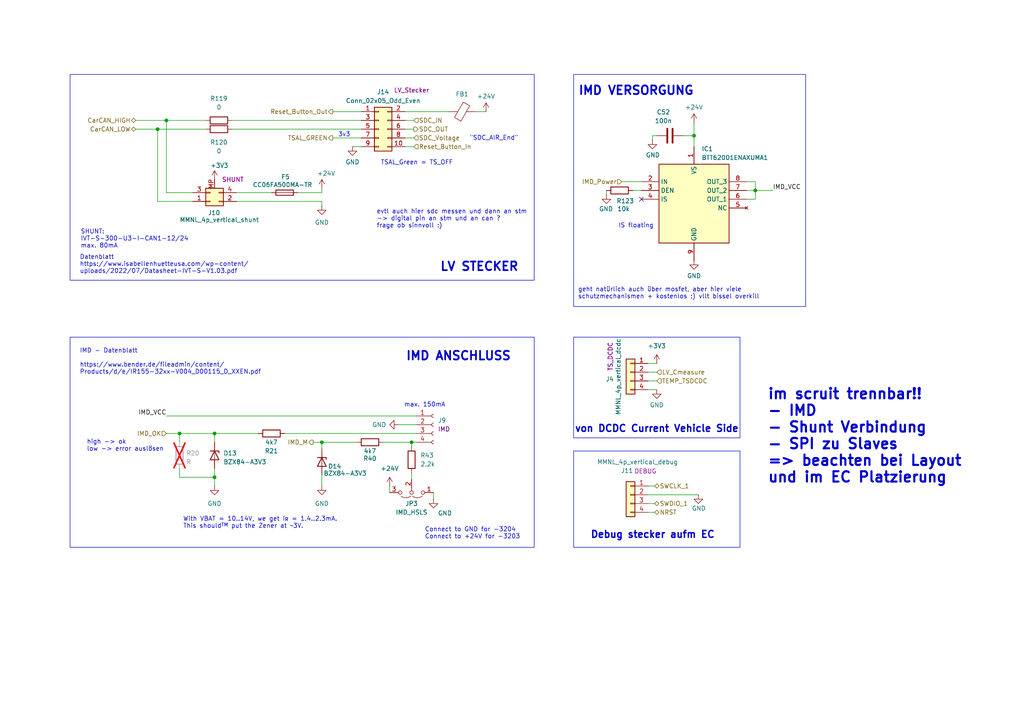
<source format=kicad_sch>
(kicad_sch
	(version 20231120)
	(generator "eeschema")
	(generator_version "8.0")
	(uuid "200fd554-4226-4e14-a1ce-db0521b00741")
	(paper "A4")
	(lib_symbols
		(symbol "BTT62001ENAXUMA1:BTT62001ENAXUMA1"
			(exclude_from_sim no)
			(in_bom yes)
			(on_board yes)
			(property "Reference" "IC"
				(at 26.67 7.62 0)
				(effects
					(font
						(size 1.27 1.27)
					)
					(justify left top)
				)
			)
			(property "Value" "BTT62001ENAXUMA1"
				(at 26.67 5.08 0)
				(effects
					(font
						(size 1.27 1.27)
					)
					(justify left top)
				)
			)
			(property "Footprint" "SOIC127P600X115-9N"
				(at 26.67 -94.92 0)
				(effects
					(font
						(size 1.27 1.27)
					)
					(justify left top)
					(hide yes)
				)
			)
			(property "Datasheet" "https://www.infineon.com/dgdl/Infineon-BTT6200-1ENA-DS-v01_00-EN.pdf?fileId=5546d462636cc8fb01645f3a31f312e9"
				(at 26.67 -194.92 0)
				(effects
					(font
						(size 1.27 1.27)
					)
					(justify left top)
					(hide yes)
				)
			)
			(property "Description" "Infineon PROFET"
				(at -2.54 5.334 0)
				(effects
					(font
						(size 1.27 1.27)
					)
					(hide yes)
				)
			)
			(property "Height" "1.15"
				(at 26.67 -394.92 0)
				(effects
					(font
						(size 1.27 1.27)
					)
					(justify left top)
					(hide yes)
				)
			)
			(property "Manufacturer_Name" "Infineon"
				(at 26.67 -494.92 0)
				(effects
					(font
						(size 1.27 1.27)
					)
					(justify left top)
					(hide yes)
				)
			)
			(property "Manufacturer_Part_Number" "BTT62001ENAXUMA1"
				(at 26.67 -594.92 0)
				(effects
					(font
						(size 1.27 1.27)
					)
					(justify left top)
					(hide yes)
				)
			)
			(property "Arrow Part Number" "BTT62001ENAXUMA1"
				(at 26.67 -694.92 0)
				(effects
					(font
						(size 1.27 1.27)
					)
					(justify left top)
					(hide yes)
				)
			)
			(property "Arrow Price/Stock" "https://www.arrow.com/en/products/btt62001enaxuma1/infineon-technologies-ag"
				(at 26.67 -794.92 0)
				(effects
					(font
						(size 1.27 1.27)
					)
					(justify left top)
					(hide yes)
				)
			)
			(symbol "BTT62001ENAXUMA1_1_1"
				(rectangle
					(start 5.08 2.54)
					(end 25.4 -20.32)
					(stroke
						(width 0.254)
						(type default)
					)
					(fill
						(type background)
					)
				)
				(pin passive line
					(at 15.24 7.62 270)
					(length 5.08)
					(name "VS"
						(effects
							(font
								(size 1.27 1.27)
							)
						)
					)
					(number "1"
						(effects
							(font
								(size 1.27 1.27)
							)
						)
					)
				)
				(pin passive line
					(at 0 -2.54 0)
					(length 5.08)
					(name "IN"
						(effects
							(font
								(size 1.27 1.27)
							)
						)
					)
					(number "2"
						(effects
							(font
								(size 1.27 1.27)
							)
						)
					)
				)
				(pin passive line
					(at 0 -5.08 0)
					(length 5.08)
					(name "DEN"
						(effects
							(font
								(size 1.27 1.27)
							)
						)
					)
					(number "3"
						(effects
							(font
								(size 1.27 1.27)
							)
						)
					)
				)
				(pin passive line
					(at 0 -7.62 0)
					(length 5.08)
					(name "IS"
						(effects
							(font
								(size 1.27 1.27)
							)
						)
					)
					(number "4"
						(effects
							(font
								(size 1.27 1.27)
							)
						)
					)
				)
				(pin no_connect line
					(at 30.48 -10.16 180)
					(length 5.08)
					(name "NC"
						(effects
							(font
								(size 1.27 1.27)
							)
						)
					)
					(number "5"
						(effects
							(font
								(size 1.27 1.27)
							)
						)
					)
				)
				(pin passive line
					(at 30.48 -7.62 180)
					(length 5.08)
					(name "OUT_1"
						(effects
							(font
								(size 1.27 1.27)
							)
						)
					)
					(number "6"
						(effects
							(font
								(size 1.27 1.27)
							)
						)
					)
				)
				(pin passive line
					(at 30.48 -5.08 180)
					(length 5.08)
					(name "OUT_2"
						(effects
							(font
								(size 1.27 1.27)
							)
						)
					)
					(number "7"
						(effects
							(font
								(size 1.27 1.27)
							)
						)
					)
				)
				(pin passive line
					(at 30.48 -2.54 180)
					(length 5.08)
					(name "OUT_3"
						(effects
							(font
								(size 1.27 1.27)
							)
						)
					)
					(number "8"
						(effects
							(font
								(size 1.27 1.27)
							)
						)
					)
				)
				(pin passive line
					(at 15.24 -25.4 90)
					(length 5.08)
					(name "GND"
						(effects
							(font
								(size 1.27 1.27)
							)
						)
					)
					(number "9"
						(effects
							(font
								(size 1.27 1.27)
							)
						)
					)
				)
			)
		)
		(symbol "Connector:Conn_01x04_Socket"
			(pin_names
				(offset 1.016) hide)
			(exclude_from_sim no)
			(in_bom yes)
			(on_board yes)
			(property "Reference" "J"
				(at 0 5.08 0)
				(effects
					(font
						(size 1.27 1.27)
					)
				)
			)
			(property "Value" "Conn_01x04_Socket"
				(at 0 -7.62 0)
				(effects
					(font
						(size 1.27 1.27)
					)
				)
			)
			(property "Footprint" ""
				(at 0 0 0)
				(effects
					(font
						(size 1.27 1.27)
					)
					(hide yes)
				)
			)
			(property "Datasheet" "~"
				(at 0 0 0)
				(effects
					(font
						(size 1.27 1.27)
					)
					(hide yes)
				)
			)
			(property "Description" "Generic connector, single row, 01x04, script generated"
				(at 0 0 0)
				(effects
					(font
						(size 1.27 1.27)
					)
					(hide yes)
				)
			)
			(property "ki_locked" ""
				(at 0 0 0)
				(effects
					(font
						(size 1.27 1.27)
					)
				)
			)
			(property "ki_keywords" "connector"
				(at 0 0 0)
				(effects
					(font
						(size 1.27 1.27)
					)
					(hide yes)
				)
			)
			(property "ki_fp_filters" "Connector*:*_1x??_*"
				(at 0 0 0)
				(effects
					(font
						(size 1.27 1.27)
					)
					(hide yes)
				)
			)
			(symbol "Conn_01x04_Socket_1_1"
				(arc
					(start 0 -4.572)
					(mid -0.5058 -5.08)
					(end 0 -5.588)
					(stroke
						(width 0.1524)
						(type default)
					)
					(fill
						(type none)
					)
				)
				(arc
					(start 0 -2.032)
					(mid -0.5058 -2.54)
					(end 0 -3.048)
					(stroke
						(width 0.1524)
						(type default)
					)
					(fill
						(type none)
					)
				)
				(polyline
					(pts
						(xy -1.27 -5.08) (xy -0.508 -5.08)
					)
					(stroke
						(width 0.1524)
						(type default)
					)
					(fill
						(type none)
					)
				)
				(polyline
					(pts
						(xy -1.27 -2.54) (xy -0.508 -2.54)
					)
					(stroke
						(width 0.1524)
						(type default)
					)
					(fill
						(type none)
					)
				)
				(polyline
					(pts
						(xy -1.27 0) (xy -0.508 0)
					)
					(stroke
						(width 0.1524)
						(type default)
					)
					(fill
						(type none)
					)
				)
				(polyline
					(pts
						(xy -1.27 2.54) (xy -0.508 2.54)
					)
					(stroke
						(width 0.1524)
						(type default)
					)
					(fill
						(type none)
					)
				)
				(arc
					(start 0 0.508)
					(mid -0.5058 0)
					(end 0 -0.508)
					(stroke
						(width 0.1524)
						(type default)
					)
					(fill
						(type none)
					)
				)
				(arc
					(start 0 3.048)
					(mid -0.5058 2.54)
					(end 0 2.032)
					(stroke
						(width 0.1524)
						(type default)
					)
					(fill
						(type none)
					)
				)
				(pin passive line
					(at -5.08 2.54 0)
					(length 3.81)
					(name "Pin_1"
						(effects
							(font
								(size 1.27 1.27)
							)
						)
					)
					(number "1"
						(effects
							(font
								(size 1.27 1.27)
							)
						)
					)
				)
				(pin passive line
					(at -5.08 0 0)
					(length 3.81)
					(name "Pin_2"
						(effects
							(font
								(size 1.27 1.27)
							)
						)
					)
					(number "2"
						(effects
							(font
								(size 1.27 1.27)
							)
						)
					)
				)
				(pin passive line
					(at -5.08 -2.54 0)
					(length 3.81)
					(name "Pin_3"
						(effects
							(font
								(size 1.27 1.27)
							)
						)
					)
					(number "3"
						(effects
							(font
								(size 1.27 1.27)
							)
						)
					)
				)
				(pin passive line
					(at -5.08 -5.08 0)
					(length 3.81)
					(name "Pin_4"
						(effects
							(font
								(size 1.27 1.27)
							)
						)
					)
					(number "4"
						(effects
							(font
								(size 1.27 1.27)
							)
						)
					)
				)
			)
		)
		(symbol "Connector_Generic:Conn_01x04"
			(pin_names
				(offset 1.016) hide)
			(exclude_from_sim no)
			(in_bom yes)
			(on_board yes)
			(property "Reference" "J"
				(at 0 5.08 0)
				(effects
					(font
						(size 1.27 1.27)
					)
				)
			)
			(property "Value" "Conn_01x04"
				(at 0 -7.62 0)
				(effects
					(font
						(size 1.27 1.27)
					)
				)
			)
			(property "Footprint" ""
				(at 0 0 0)
				(effects
					(font
						(size 1.27 1.27)
					)
					(hide yes)
				)
			)
			(property "Datasheet" "~"
				(at 0 0 0)
				(effects
					(font
						(size 1.27 1.27)
					)
					(hide yes)
				)
			)
			(property "Description" "Generic connector, single row, 01x04, script generated (kicad-library-utils/schlib/autogen/connector/)"
				(at 0 0 0)
				(effects
					(font
						(size 1.27 1.27)
					)
					(hide yes)
				)
			)
			(property "ki_keywords" "connector"
				(at 0 0 0)
				(effects
					(font
						(size 1.27 1.27)
					)
					(hide yes)
				)
			)
			(property "ki_fp_filters" "Connector*:*_1x??_*"
				(at 0 0 0)
				(effects
					(font
						(size 1.27 1.27)
					)
					(hide yes)
				)
			)
			(symbol "Conn_01x04_1_1"
				(rectangle
					(start -1.27 -4.953)
					(end 0 -5.207)
					(stroke
						(width 0.1524)
						(type default)
					)
					(fill
						(type none)
					)
				)
				(rectangle
					(start -1.27 -2.413)
					(end 0 -2.667)
					(stroke
						(width 0.1524)
						(type default)
					)
					(fill
						(type none)
					)
				)
				(rectangle
					(start -1.27 0.127)
					(end 0 -0.127)
					(stroke
						(width 0.1524)
						(type default)
					)
					(fill
						(type none)
					)
				)
				(rectangle
					(start -1.27 2.667)
					(end 0 2.413)
					(stroke
						(width 0.1524)
						(type default)
					)
					(fill
						(type none)
					)
				)
				(rectangle
					(start -1.27 3.81)
					(end 1.27 -6.35)
					(stroke
						(width 0.254)
						(type default)
					)
					(fill
						(type background)
					)
				)
				(pin passive line
					(at -5.08 2.54 0)
					(length 3.81)
					(name "Pin_1"
						(effects
							(font
								(size 1.27 1.27)
							)
						)
					)
					(number "1"
						(effects
							(font
								(size 1.27 1.27)
							)
						)
					)
				)
				(pin passive line
					(at -5.08 0 0)
					(length 3.81)
					(name "Pin_2"
						(effects
							(font
								(size 1.27 1.27)
							)
						)
					)
					(number "2"
						(effects
							(font
								(size 1.27 1.27)
							)
						)
					)
				)
				(pin passive line
					(at -5.08 -2.54 0)
					(length 3.81)
					(name "Pin_3"
						(effects
							(font
								(size 1.27 1.27)
							)
						)
					)
					(number "3"
						(effects
							(font
								(size 1.27 1.27)
							)
						)
					)
				)
				(pin passive line
					(at -5.08 -5.08 0)
					(length 3.81)
					(name "Pin_4"
						(effects
							(font
								(size 1.27 1.27)
							)
						)
					)
					(number "4"
						(effects
							(font
								(size 1.27 1.27)
							)
						)
					)
				)
			)
		)
		(symbol "Connector_Generic:Conn_02x05_Odd_Even"
			(pin_names
				(offset 1.016) hide)
			(exclude_from_sim no)
			(in_bom yes)
			(on_board yes)
			(property "Reference" "J"
				(at 1.27 7.62 0)
				(effects
					(font
						(size 1.27 1.27)
					)
				)
			)
			(property "Value" "Conn_02x05_Odd_Even"
				(at 1.27 -7.62 0)
				(effects
					(font
						(size 1.27 1.27)
					)
				)
			)
			(property "Footprint" ""
				(at 0 0 0)
				(effects
					(font
						(size 1.27 1.27)
					)
					(hide yes)
				)
			)
			(property "Datasheet" "~"
				(at 0 0 0)
				(effects
					(font
						(size 1.27 1.27)
					)
					(hide yes)
				)
			)
			(property "Description" "Generic connector, double row, 02x05, odd/even pin numbering scheme (row 1 odd numbers, row 2 even numbers), script generated (kicad-library-utils/schlib/autogen/connector/)"
				(at 0 0 0)
				(effects
					(font
						(size 1.27 1.27)
					)
					(hide yes)
				)
			)
			(property "ki_keywords" "connector"
				(at 0 0 0)
				(effects
					(font
						(size 1.27 1.27)
					)
					(hide yes)
				)
			)
			(property "ki_fp_filters" "Connector*:*_2x??_*"
				(at 0 0 0)
				(effects
					(font
						(size 1.27 1.27)
					)
					(hide yes)
				)
			)
			(symbol "Conn_02x05_Odd_Even_1_1"
				(rectangle
					(start -1.27 -4.953)
					(end 0 -5.207)
					(stroke
						(width 0.1524)
						(type default)
					)
					(fill
						(type none)
					)
				)
				(rectangle
					(start -1.27 -2.413)
					(end 0 -2.667)
					(stroke
						(width 0.1524)
						(type default)
					)
					(fill
						(type none)
					)
				)
				(rectangle
					(start -1.27 0.127)
					(end 0 -0.127)
					(stroke
						(width 0.1524)
						(type default)
					)
					(fill
						(type none)
					)
				)
				(rectangle
					(start -1.27 2.667)
					(end 0 2.413)
					(stroke
						(width 0.1524)
						(type default)
					)
					(fill
						(type none)
					)
				)
				(rectangle
					(start -1.27 5.207)
					(end 0 4.953)
					(stroke
						(width 0.1524)
						(type default)
					)
					(fill
						(type none)
					)
				)
				(rectangle
					(start -1.27 6.35)
					(end 3.81 -6.35)
					(stroke
						(width 0.254)
						(type default)
					)
					(fill
						(type background)
					)
				)
				(rectangle
					(start 3.81 -4.953)
					(end 2.54 -5.207)
					(stroke
						(width 0.1524)
						(type default)
					)
					(fill
						(type none)
					)
				)
				(rectangle
					(start 3.81 -2.413)
					(end 2.54 -2.667)
					(stroke
						(width 0.1524)
						(type default)
					)
					(fill
						(type none)
					)
				)
				(rectangle
					(start 3.81 0.127)
					(end 2.54 -0.127)
					(stroke
						(width 0.1524)
						(type default)
					)
					(fill
						(type none)
					)
				)
				(rectangle
					(start 3.81 2.667)
					(end 2.54 2.413)
					(stroke
						(width 0.1524)
						(type default)
					)
					(fill
						(type none)
					)
				)
				(rectangle
					(start 3.81 5.207)
					(end 2.54 4.953)
					(stroke
						(width 0.1524)
						(type default)
					)
					(fill
						(type none)
					)
				)
				(pin passive line
					(at -5.08 5.08 0)
					(length 3.81)
					(name "Pin_1"
						(effects
							(font
								(size 1.27 1.27)
							)
						)
					)
					(number "1"
						(effects
							(font
								(size 1.27 1.27)
							)
						)
					)
				)
				(pin passive line
					(at 7.62 -5.08 180)
					(length 3.81)
					(name "Pin_10"
						(effects
							(font
								(size 1.27 1.27)
							)
						)
					)
					(number "10"
						(effects
							(font
								(size 1.27 1.27)
							)
						)
					)
				)
				(pin passive line
					(at 7.62 5.08 180)
					(length 3.81)
					(name "Pin_2"
						(effects
							(font
								(size 1.27 1.27)
							)
						)
					)
					(number "2"
						(effects
							(font
								(size 1.27 1.27)
							)
						)
					)
				)
				(pin passive line
					(at -5.08 2.54 0)
					(length 3.81)
					(name "Pin_3"
						(effects
							(font
								(size 1.27 1.27)
							)
						)
					)
					(number "3"
						(effects
							(font
								(size 1.27 1.27)
							)
						)
					)
				)
				(pin passive line
					(at 7.62 2.54 180)
					(length 3.81)
					(name "Pin_4"
						(effects
							(font
								(size 1.27 1.27)
							)
						)
					)
					(number "4"
						(effects
							(font
								(size 1.27 1.27)
							)
						)
					)
				)
				(pin passive line
					(at -5.08 0 0)
					(length 3.81)
					(name "Pin_5"
						(effects
							(font
								(size 1.27 1.27)
							)
						)
					)
					(number "5"
						(effects
							(font
								(size 1.27 1.27)
							)
						)
					)
				)
				(pin passive line
					(at 7.62 0 180)
					(length 3.81)
					(name "Pin_6"
						(effects
							(font
								(size 1.27 1.27)
							)
						)
					)
					(number "6"
						(effects
							(font
								(size 1.27 1.27)
							)
						)
					)
				)
				(pin passive line
					(at -5.08 -2.54 0)
					(length 3.81)
					(name "Pin_7"
						(effects
							(font
								(size 1.27 1.27)
							)
						)
					)
					(number "7"
						(effects
							(font
								(size 1.27 1.27)
							)
						)
					)
				)
				(pin passive line
					(at 7.62 -2.54 180)
					(length 3.81)
					(name "Pin_8"
						(effects
							(font
								(size 1.27 1.27)
							)
						)
					)
					(number "8"
						(effects
							(font
								(size 1.27 1.27)
							)
						)
					)
				)
				(pin passive line
					(at -5.08 -5.08 0)
					(length 3.81)
					(name "Pin_9"
						(effects
							(font
								(size 1.27 1.27)
							)
						)
					)
					(number "9"
						(effects
							(font
								(size 1.27 1.27)
							)
						)
					)
				)
			)
		)
		(symbol "Device:C"
			(pin_numbers hide)
			(pin_names
				(offset 0.254)
			)
			(exclude_from_sim no)
			(in_bom yes)
			(on_board yes)
			(property "Reference" "C"
				(at 0.635 2.54 0)
				(effects
					(font
						(size 1.27 1.27)
					)
					(justify left)
				)
			)
			(property "Value" "C"
				(at 0.635 -2.54 0)
				(effects
					(font
						(size 1.27 1.27)
					)
					(justify left)
				)
			)
			(property "Footprint" ""
				(at 0.9652 -3.81 0)
				(effects
					(font
						(size 1.27 1.27)
					)
					(hide yes)
				)
			)
			(property "Datasheet" "~"
				(at 0 0 0)
				(effects
					(font
						(size 1.27 1.27)
					)
					(hide yes)
				)
			)
			(property "Description" "Unpolarized capacitor"
				(at 0 0 0)
				(effects
					(font
						(size 1.27 1.27)
					)
					(hide yes)
				)
			)
			(property "ki_keywords" "cap capacitor"
				(at 0 0 0)
				(effects
					(font
						(size 1.27 1.27)
					)
					(hide yes)
				)
			)
			(property "ki_fp_filters" "C_*"
				(at 0 0 0)
				(effects
					(font
						(size 1.27 1.27)
					)
					(hide yes)
				)
			)
			(symbol "C_0_1"
				(polyline
					(pts
						(xy -2.032 -0.762) (xy 2.032 -0.762)
					)
					(stroke
						(width 0.508)
						(type default)
					)
					(fill
						(type none)
					)
				)
				(polyline
					(pts
						(xy -2.032 0.762) (xy 2.032 0.762)
					)
					(stroke
						(width 0.508)
						(type default)
					)
					(fill
						(type none)
					)
				)
			)
			(symbol "C_1_1"
				(pin passive line
					(at 0 3.81 270)
					(length 2.794)
					(name "~"
						(effects
							(font
								(size 1.27 1.27)
							)
						)
					)
					(number "1"
						(effects
							(font
								(size 1.27 1.27)
							)
						)
					)
				)
				(pin passive line
					(at 0 -3.81 90)
					(length 2.794)
					(name "~"
						(effects
							(font
								(size 1.27 1.27)
							)
						)
					)
					(number "2"
						(effects
							(font
								(size 1.27 1.27)
							)
						)
					)
				)
			)
		)
		(symbol "Device:FerriteBead"
			(pin_numbers hide)
			(pin_names
				(offset 0)
			)
			(exclude_from_sim no)
			(in_bom yes)
			(on_board yes)
			(property "Reference" "FB"
				(at -3.81 0.635 90)
				(effects
					(font
						(size 1.27 1.27)
					)
				)
			)
			(property "Value" "FerriteBead"
				(at 3.81 0 90)
				(effects
					(font
						(size 1.27 1.27)
					)
				)
			)
			(property "Footprint" ""
				(at -1.778 0 90)
				(effects
					(font
						(size 1.27 1.27)
					)
					(hide yes)
				)
			)
			(property "Datasheet" "~"
				(at 0 0 0)
				(effects
					(font
						(size 1.27 1.27)
					)
					(hide yes)
				)
			)
			(property "Description" "Ferrite bead"
				(at 0 0 0)
				(effects
					(font
						(size 1.27 1.27)
					)
					(hide yes)
				)
			)
			(property "ki_keywords" "L ferrite bead inductor filter"
				(at 0 0 0)
				(effects
					(font
						(size 1.27 1.27)
					)
					(hide yes)
				)
			)
			(property "ki_fp_filters" "Inductor_* L_* *Ferrite*"
				(at 0 0 0)
				(effects
					(font
						(size 1.27 1.27)
					)
					(hide yes)
				)
			)
			(symbol "FerriteBead_0_1"
				(polyline
					(pts
						(xy 0 -1.27) (xy 0 -1.2192)
					)
					(stroke
						(width 0)
						(type default)
					)
					(fill
						(type none)
					)
				)
				(polyline
					(pts
						(xy 0 1.27) (xy 0 1.2954)
					)
					(stroke
						(width 0)
						(type default)
					)
					(fill
						(type none)
					)
				)
				(polyline
					(pts
						(xy -2.7686 0.4064) (xy -1.7018 2.2606) (xy 2.7686 -0.3048) (xy 1.6764 -2.159) (xy -2.7686 0.4064)
					)
					(stroke
						(width 0)
						(type default)
					)
					(fill
						(type none)
					)
				)
			)
			(symbol "FerriteBead_1_1"
				(pin passive line
					(at 0 3.81 270)
					(length 2.54)
					(name "~"
						(effects
							(font
								(size 1.27 1.27)
							)
						)
					)
					(number "1"
						(effects
							(font
								(size 1.27 1.27)
							)
						)
					)
				)
				(pin passive line
					(at 0 -3.81 90)
					(length 2.54)
					(name "~"
						(effects
							(font
								(size 1.27 1.27)
							)
						)
					)
					(number "2"
						(effects
							(font
								(size 1.27 1.27)
							)
						)
					)
				)
			)
		)
		(symbol "Device:Fuse"
			(pin_numbers hide)
			(pin_names
				(offset 0)
			)
			(exclude_from_sim no)
			(in_bom yes)
			(on_board yes)
			(property "Reference" "F"
				(at 2.032 0 90)
				(effects
					(font
						(size 1.27 1.27)
					)
				)
			)
			(property "Value" "Fuse"
				(at -1.905 0 90)
				(effects
					(font
						(size 1.27 1.27)
					)
				)
			)
			(property "Footprint" ""
				(at -1.778 0 90)
				(effects
					(font
						(size 1.27 1.27)
					)
					(hide yes)
				)
			)
			(property "Datasheet" "~"
				(at 0 0 0)
				(effects
					(font
						(size 1.27 1.27)
					)
					(hide yes)
				)
			)
			(property "Description" "Fuse"
				(at 0 0 0)
				(effects
					(font
						(size 1.27 1.27)
					)
					(hide yes)
				)
			)
			(property "ki_keywords" "fuse"
				(at 0 0 0)
				(effects
					(font
						(size 1.27 1.27)
					)
					(hide yes)
				)
			)
			(property "ki_fp_filters" "*Fuse*"
				(at 0 0 0)
				(effects
					(font
						(size 1.27 1.27)
					)
					(hide yes)
				)
			)
			(symbol "Fuse_0_1"
				(rectangle
					(start -0.762 -2.54)
					(end 0.762 2.54)
					(stroke
						(width 0.254)
						(type default)
					)
					(fill
						(type none)
					)
				)
				(polyline
					(pts
						(xy 0 2.54) (xy 0 -2.54)
					)
					(stroke
						(width 0)
						(type default)
					)
					(fill
						(type none)
					)
				)
			)
			(symbol "Fuse_1_1"
				(pin passive line
					(at 0 3.81 270)
					(length 1.27)
					(name "~"
						(effects
							(font
								(size 1.27 1.27)
							)
						)
					)
					(number "1"
						(effects
							(font
								(size 1.27 1.27)
							)
						)
					)
				)
				(pin passive line
					(at 0 -3.81 90)
					(length 1.27)
					(name "~"
						(effects
							(font
								(size 1.27 1.27)
							)
						)
					)
					(number "2"
						(effects
							(font
								(size 1.27 1.27)
							)
						)
					)
				)
			)
		)
		(symbol "Device:R"
			(pin_numbers hide)
			(pin_names
				(offset 0)
			)
			(exclude_from_sim no)
			(in_bom yes)
			(on_board yes)
			(property "Reference" "R"
				(at 2.032 0 90)
				(effects
					(font
						(size 1.27 1.27)
					)
				)
			)
			(property "Value" "R"
				(at 0 0 90)
				(effects
					(font
						(size 1.27 1.27)
					)
				)
			)
			(property "Footprint" ""
				(at -1.778 0 90)
				(effects
					(font
						(size 1.27 1.27)
					)
					(hide yes)
				)
			)
			(property "Datasheet" "~"
				(at 0 0 0)
				(effects
					(font
						(size 1.27 1.27)
					)
					(hide yes)
				)
			)
			(property "Description" "Resistor"
				(at 0 0 0)
				(effects
					(font
						(size 1.27 1.27)
					)
					(hide yes)
				)
			)
			(property "ki_keywords" "R res resistor"
				(at 0 0 0)
				(effects
					(font
						(size 1.27 1.27)
					)
					(hide yes)
				)
			)
			(property "ki_fp_filters" "R_*"
				(at 0 0 0)
				(effects
					(font
						(size 1.27 1.27)
					)
					(hide yes)
				)
			)
			(symbol "R_0_1"
				(rectangle
					(start -1.016 -2.54)
					(end 1.016 2.54)
					(stroke
						(width 0.254)
						(type default)
					)
					(fill
						(type none)
					)
				)
			)
			(symbol "R_1_1"
				(pin passive line
					(at 0 3.81 270)
					(length 1.27)
					(name "~"
						(effects
							(font
								(size 1.27 1.27)
							)
						)
					)
					(number "1"
						(effects
							(font
								(size 1.27 1.27)
							)
						)
					)
				)
				(pin passive line
					(at 0 -3.81 90)
					(length 1.27)
					(name "~"
						(effects
							(font
								(size 1.27 1.27)
							)
						)
					)
					(number "2"
						(effects
							(font
								(size 1.27 1.27)
							)
						)
					)
				)
			)
		)
		(symbol "Jumper:Jumper_3_Open"
			(pin_names
				(offset 0) hide)
			(exclude_from_sim no)
			(in_bom yes)
			(on_board yes)
			(property "Reference" "JP"
				(at -2.54 -2.54 0)
				(effects
					(font
						(size 1.27 1.27)
					)
				)
			)
			(property "Value" "Jumper_3_Open"
				(at 0 2.794 0)
				(effects
					(font
						(size 1.27 1.27)
					)
				)
			)
			(property "Footprint" ""
				(at 0 0 0)
				(effects
					(font
						(size 1.27 1.27)
					)
					(hide yes)
				)
			)
			(property "Datasheet" "~"
				(at 0 0 0)
				(effects
					(font
						(size 1.27 1.27)
					)
					(hide yes)
				)
			)
			(property "Description" "Jumper, 3-pole, both open"
				(at 0 0 0)
				(effects
					(font
						(size 1.27 1.27)
					)
					(hide yes)
				)
			)
			(property "ki_keywords" "Jumper SPDT"
				(at 0 0 0)
				(effects
					(font
						(size 1.27 1.27)
					)
					(hide yes)
				)
			)
			(property "ki_fp_filters" "Jumper* TestPoint*3Pads* TestPoint*Bridge*"
				(at 0 0 0)
				(effects
					(font
						(size 1.27 1.27)
					)
					(hide yes)
				)
			)
			(symbol "Jumper_3_Open_0_0"
				(circle
					(center -3.302 0)
					(radius 0.508)
					(stroke
						(width 0)
						(type default)
					)
					(fill
						(type none)
					)
				)
				(circle
					(center 0 0)
					(radius 0.508)
					(stroke
						(width 0)
						(type default)
					)
					(fill
						(type none)
					)
				)
				(circle
					(center 3.302 0)
					(radius 0.508)
					(stroke
						(width 0)
						(type default)
					)
					(fill
						(type none)
					)
				)
			)
			(symbol "Jumper_3_Open_0_1"
				(arc
					(start -0.254 1.016)
					(mid -1.651 1.4992)
					(end -3.048 1.016)
					(stroke
						(width 0)
						(type default)
					)
					(fill
						(type none)
					)
				)
				(polyline
					(pts
						(xy 0 -0.508) (xy 0 -1.27)
					)
					(stroke
						(width 0)
						(type default)
					)
					(fill
						(type none)
					)
				)
				(arc
					(start 3.048 1.016)
					(mid 1.651 1.4992)
					(end 0.254 1.016)
					(stroke
						(width 0)
						(type default)
					)
					(fill
						(type none)
					)
				)
			)
			(symbol "Jumper_3_Open_1_1"
				(pin passive line
					(at -6.35 0 0)
					(length 2.54)
					(name "A"
						(effects
							(font
								(size 1.27 1.27)
							)
						)
					)
					(number "1"
						(effects
							(font
								(size 1.27 1.27)
							)
						)
					)
				)
				(pin passive line
					(at 0 -3.81 90)
					(length 2.54)
					(name "C"
						(effects
							(font
								(size 1.27 1.27)
							)
						)
					)
					(number "2"
						(effects
							(font
								(size 1.27 1.27)
							)
						)
					)
				)
				(pin passive line
					(at 6.35 0 180)
					(length 2.54)
					(name "B"
						(effects
							(font
								(size 1.27 1.27)
							)
						)
					)
					(number "3"
						(effects
							(font
								(size 1.27 1.27)
							)
						)
					)
				)
			)
		)
		(symbol "Master:BZX84-A3V3"
			(pin_numbers hide)
			(pin_names
				(offset 1.016) hide)
			(exclude_from_sim no)
			(in_bom yes)
			(on_board yes)
			(property "Reference" "D"
				(at 0 2.54 0)
				(effects
					(font
						(size 1.27 1.27)
					)
				)
			)
			(property "Value" "BZX84-A3V3"
				(at 0 -2.54 0)
				(effects
					(font
						(size 1.27 1.27)
					)
				)
			)
			(property "Footprint" "Package_TO_SOT_SMD:SOT-23-3"
				(at 0 5.08 0)
				(effects
					(font
						(size 1.27 1.27)
					)
					(hide yes)
				)
			)
			(property "Datasheet" "~"
				(at 0 0 0)
				(effects
					(font
						(size 1.27 1.27)
					)
					(hide yes)
				)
			)
			(property "Description" "Zener diode 3.3V SOT-23"
				(at 0 0 0)
				(effects
					(font
						(size 1.27 1.27)
					)
					(hide yes)
				)
			)
			(property "ki_keywords" "diode"
				(at 0 0 0)
				(effects
					(font
						(size 1.27 1.27)
					)
					(hide yes)
				)
			)
			(property "ki_fp_filters" "TO-???* *_Diode_* *SingleDiode* D_*"
				(at 0 0 0)
				(effects
					(font
						(size 1.27 1.27)
					)
					(hide yes)
				)
			)
			(symbol "BZX84-A3V3_0_1"
				(polyline
					(pts
						(xy 1.27 0) (xy -1.27 0)
					)
					(stroke
						(width 0)
						(type default)
					)
					(fill
						(type none)
					)
				)
				(polyline
					(pts
						(xy -1.27 -1.27) (xy -1.27 1.27) (xy -0.762 1.27)
					)
					(stroke
						(width 0.254)
						(type default)
					)
					(fill
						(type none)
					)
				)
				(polyline
					(pts
						(xy 1.27 -1.27) (xy 1.27 1.27) (xy -1.27 0) (xy 1.27 -1.27)
					)
					(stroke
						(width 0.254)
						(type default)
					)
					(fill
						(type none)
					)
				)
			)
			(symbol "BZX84-A3V3_1_1"
				(pin passive line
					(at 3.81 0 180)
					(length 2.54)
					(name "A"
						(effects
							(font
								(size 1.27 1.27)
							)
						)
					)
					(number "1"
						(effects
							(font
								(size 1.27 1.27)
							)
						)
					)
				)
				(pin passive line
					(at -3.81 0 0)
					(length 2.54)
					(name "K"
						(effects
							(font
								(size 1.27 1.27)
							)
						)
					)
					(number "3"
						(effects
							(font
								(size 1.27 1.27)
							)
						)
					)
				)
			)
		)
		(symbol "Master:MMNL_2x2p_vertical"
			(pin_names
				(offset 1.016) hide)
			(exclude_from_sim no)
			(in_bom yes)
			(on_board yes)
			(property "Reference" "J"
				(at 1.27 2.54 0)
				(effects
					(font
						(size 1.27 1.27)
					)
				)
			)
			(property "Value" "MMNL_2x2p_vertical"
				(at 1.27 -5.08 0)
				(effects
					(font
						(size 1.27 1.27)
					)
				)
			)
			(property "Footprint" "FaSTTUBe_connectors:Micro_Mate-N-Lok_2x2p_vertical"
				(at 2.54 -7.112 0)
				(effects
					(font
						(size 1.27 1.27)
					)
					(hide yes)
				)
			)
			(property "Datasheet" "~"
				(at 0 0 0)
				(effects
					(font
						(size 1.27 1.27)
					)
					(hide yes)
				)
			)
			(property "Description" "Generic connector, double row, 02x02, odd/even pin numbering scheme (row 1 odd numbers, row 2 even numbers), script generated (kicad-library-utils/schlib/autogen/connector/)"
				(at 2.032 -9.398 0)
				(effects
					(font
						(size 1.27 1.27)
					)
					(hide yes)
				)
			)
			(property "ki_keywords" "connector"
				(at 0 0 0)
				(effects
					(font
						(size 1.27 1.27)
					)
					(hide yes)
				)
			)
			(property "ki_fp_filters" "Connector*:*_2x??_*"
				(at 0 0 0)
				(effects
					(font
						(size 1.27 1.27)
					)
					(hide yes)
				)
			)
			(symbol "MMNL_2x2p_vertical_1_1"
				(rectangle
					(start -1.27 -2.413)
					(end 0 -2.667)
					(stroke
						(width 0.1524)
						(type default)
					)
					(fill
						(type none)
					)
				)
				(rectangle
					(start -1.27 0.127)
					(end 0 -0.127)
					(stroke
						(width 0.1524)
						(type default)
					)
					(fill
						(type none)
					)
				)
				(rectangle
					(start -1.27 1.27)
					(end 3.81 -3.81)
					(stroke
						(width 0.254)
						(type default)
					)
					(fill
						(type background)
					)
				)
				(rectangle
					(start 3.81 -2.413)
					(end 2.54 -2.667)
					(stroke
						(width 0.1524)
						(type default)
					)
					(fill
						(type none)
					)
				)
				(rectangle
					(start 3.81 0.127)
					(end 2.54 -0.127)
					(stroke
						(width 0.1524)
						(type default)
					)
					(fill
						(type none)
					)
				)
				(pin passive line
					(at -5.08 0 0)
					(length 3.81)
					(name "Pin_1"
						(effects
							(font
								(size 1.27 1.27)
							)
						)
					)
					(number "1"
						(effects
							(font
								(size 1.27 1.27)
							)
						)
					)
				)
				(pin passive line
					(at 7.62 0 180)
					(length 3.81)
					(name "Pin_2"
						(effects
							(font
								(size 1.27 1.27)
							)
						)
					)
					(number "2"
						(effects
							(font
								(size 1.27 1.27)
							)
						)
					)
				)
				(pin passive line
					(at -5.08 -2.54 0)
					(length 3.81)
					(name "Pin_3"
						(effects
							(font
								(size 1.27 1.27)
							)
						)
					)
					(number "3"
						(effects
							(font
								(size 1.27 1.27)
							)
						)
					)
				)
				(pin passive line
					(at 7.62 -2.54 180)
					(length 3.81)
					(name "Pin_4"
						(effects
							(font
								(size 1.27 1.27)
							)
						)
					)
					(number "4"
						(effects
							(font
								(size 1.27 1.27)
							)
						)
					)
				)
				(pin passive line
					(at 1.27 -6.35 90)
					(length 2.54)
					(name ""
						(effects
							(font
								(size 1.27 1.27)
							)
						)
					)
					(number "MP"
						(effects
							(font
								(size 1.27 1.27)
							)
						)
					)
				)
			)
		)
		(symbol "power:+12V"
			(power)
			(pin_numbers hide)
			(pin_names
				(offset 0) hide)
			(exclude_from_sim no)
			(in_bom yes)
			(on_board yes)
			(property "Reference" "#PWR"
				(at 0 -3.81 0)
				(effects
					(font
						(size 1.27 1.27)
					)
					(hide yes)
				)
			)
			(property "Value" "+12V"
				(at 0 3.556 0)
				(effects
					(font
						(size 1.27 1.27)
					)
				)
			)
			(property "Footprint" ""
				(at 0 0 0)
				(effects
					(font
						(size 1.27 1.27)
					)
					(hide yes)
				)
			)
			(property "Datasheet" ""
				(at 0 0 0)
				(effects
					(font
						(size 1.27 1.27)
					)
					(hide yes)
				)
			)
			(property "Description" "Power symbol creates a global label with name \"+12V\""
				(at 0 0 0)
				(effects
					(font
						(size 1.27 1.27)
					)
					(hide yes)
				)
			)
			(property "ki_keywords" "global power"
				(at 0 0 0)
				(effects
					(font
						(size 1.27 1.27)
					)
					(hide yes)
				)
			)
			(symbol "+12V_0_1"
				(polyline
					(pts
						(xy -0.762 1.27) (xy 0 2.54)
					)
					(stroke
						(width 0)
						(type default)
					)
					(fill
						(type none)
					)
				)
				(polyline
					(pts
						(xy 0 0) (xy 0 2.54)
					)
					(stroke
						(width 0)
						(type default)
					)
					(fill
						(type none)
					)
				)
				(polyline
					(pts
						(xy 0 2.54) (xy 0.762 1.27)
					)
					(stroke
						(width 0)
						(type default)
					)
					(fill
						(type none)
					)
				)
			)
			(symbol "+12V_1_1"
				(pin power_in line
					(at 0 0 90)
					(length 0)
					(name "~"
						(effects
							(font
								(size 1.27 1.27)
							)
						)
					)
					(number "1"
						(effects
							(font
								(size 1.27 1.27)
							)
						)
					)
				)
			)
		)
		(symbol "power:+24V"
			(power)
			(pin_numbers hide)
			(pin_names
				(offset 0) hide)
			(exclude_from_sim no)
			(in_bom yes)
			(on_board yes)
			(property "Reference" "#PWR"
				(at 0 -3.81 0)
				(effects
					(font
						(size 1.27 1.27)
					)
					(hide yes)
				)
			)
			(property "Value" "+24V"
				(at 0 3.556 0)
				(effects
					(font
						(size 1.27 1.27)
					)
				)
			)
			(property "Footprint" ""
				(at 0 0 0)
				(effects
					(font
						(size 1.27 1.27)
					)
					(hide yes)
				)
			)
			(property "Datasheet" ""
				(at 0 0 0)
				(effects
					(font
						(size 1.27 1.27)
					)
					(hide yes)
				)
			)
			(property "Description" "Power symbol creates a global label with name \"+24V\""
				(at 0 0 0)
				(effects
					(font
						(size 1.27 1.27)
					)
					(hide yes)
				)
			)
			(property "ki_keywords" "global power"
				(at 0 0 0)
				(effects
					(font
						(size 1.27 1.27)
					)
					(hide yes)
				)
			)
			(symbol "+24V_0_1"
				(polyline
					(pts
						(xy -0.762 1.27) (xy 0 2.54)
					)
					(stroke
						(width 0)
						(type default)
					)
					(fill
						(type none)
					)
				)
				(polyline
					(pts
						(xy 0 0) (xy 0 2.54)
					)
					(stroke
						(width 0)
						(type default)
					)
					(fill
						(type none)
					)
				)
				(polyline
					(pts
						(xy 0 2.54) (xy 0.762 1.27)
					)
					(stroke
						(width 0)
						(type default)
					)
					(fill
						(type none)
					)
				)
			)
			(symbol "+24V_1_1"
				(pin power_in line
					(at 0 0 90)
					(length 0)
					(name "~"
						(effects
							(font
								(size 1.27 1.27)
							)
						)
					)
					(number "1"
						(effects
							(font
								(size 1.27 1.27)
							)
						)
					)
				)
			)
		)
		(symbol "power:+3V3"
			(power)
			(pin_numbers hide)
			(pin_names
				(offset 0) hide)
			(exclude_from_sim no)
			(in_bom yes)
			(on_board yes)
			(property "Reference" "#PWR"
				(at 0 -3.81 0)
				(effects
					(font
						(size 1.27 1.27)
					)
					(hide yes)
				)
			)
			(property "Value" "+3V3"
				(at 0 3.556 0)
				(effects
					(font
						(size 1.27 1.27)
					)
				)
			)
			(property "Footprint" ""
				(at 0 0 0)
				(effects
					(font
						(size 1.27 1.27)
					)
					(hide yes)
				)
			)
			(property "Datasheet" ""
				(at 0 0 0)
				(effects
					(font
						(size 1.27 1.27)
					)
					(hide yes)
				)
			)
			(property "Description" "Power symbol creates a global label with name \"+3V3\""
				(at 0 0 0)
				(effects
					(font
						(size 1.27 1.27)
					)
					(hide yes)
				)
			)
			(property "ki_keywords" "global power"
				(at 0 0 0)
				(effects
					(font
						(size 1.27 1.27)
					)
					(hide yes)
				)
			)
			(symbol "+3V3_0_1"
				(polyline
					(pts
						(xy -0.762 1.27) (xy 0 2.54)
					)
					(stroke
						(width 0)
						(type default)
					)
					(fill
						(type none)
					)
				)
				(polyline
					(pts
						(xy 0 0) (xy 0 2.54)
					)
					(stroke
						(width 0)
						(type default)
					)
					(fill
						(type none)
					)
				)
				(polyline
					(pts
						(xy 0 2.54) (xy 0.762 1.27)
					)
					(stroke
						(width 0)
						(type default)
					)
					(fill
						(type none)
					)
				)
			)
			(symbol "+3V3_1_1"
				(pin power_in line
					(at 0 0 90)
					(length 0)
					(name "~"
						(effects
							(font
								(size 1.27 1.27)
							)
						)
					)
					(number "1"
						(effects
							(font
								(size 1.27 1.27)
							)
						)
					)
				)
			)
		)
		(symbol "power:GND"
			(power)
			(pin_numbers hide)
			(pin_names
				(offset 0) hide)
			(exclude_from_sim no)
			(in_bom yes)
			(on_board yes)
			(property "Reference" "#PWR"
				(at 0 -6.35 0)
				(effects
					(font
						(size 1.27 1.27)
					)
					(hide yes)
				)
			)
			(property "Value" "GND"
				(at 0 -3.81 0)
				(effects
					(font
						(size 1.27 1.27)
					)
				)
			)
			(property "Footprint" ""
				(at 0 0 0)
				(effects
					(font
						(size 1.27 1.27)
					)
					(hide yes)
				)
			)
			(property "Datasheet" ""
				(at 0 0 0)
				(effects
					(font
						(size 1.27 1.27)
					)
					(hide yes)
				)
			)
			(property "Description" "Power symbol creates a global label with name \"GND\" , ground"
				(at 0 0 0)
				(effects
					(font
						(size 1.27 1.27)
					)
					(hide yes)
				)
			)
			(property "ki_keywords" "global power"
				(at 0 0 0)
				(effects
					(font
						(size 1.27 1.27)
					)
					(hide yes)
				)
			)
			(symbol "GND_0_1"
				(polyline
					(pts
						(xy 0 0) (xy 0 -1.27) (xy 1.27 -1.27) (xy 0 -2.54) (xy -1.27 -1.27) (xy 0 -1.27)
					)
					(stroke
						(width 0)
						(type default)
					)
					(fill
						(type none)
					)
				)
			)
			(symbol "GND_1_1"
				(pin power_in line
					(at 0 0 270)
					(length 0)
					(name "~"
						(effects
							(font
								(size 1.27 1.27)
							)
						)
					)
					(number "1"
						(effects
							(font
								(size 1.27 1.27)
							)
						)
					)
				)
			)
		)
	)
	(junction
		(at 52.07 125.73)
		(diameter 0)
		(color 0 0 0 0)
		(uuid "19072f10-ee5a-4b22-866e-df3b513352af")
	)
	(junction
		(at 93.345 128.27)
		(diameter 0)
		(color 0 0 0 0)
		(uuid "42343a46-3f07-428a-bf16-87efa8edff8c")
	)
	(junction
		(at 48.26 34.925)
		(diameter 0)
		(color 0 0 0 0)
		(uuid "4769e45c-17ba-4922-b819-a8e35fb3acc2")
	)
	(junction
		(at 219.075 55.245)
		(diameter 0)
		(color 0 0 0 0)
		(uuid "6eb95d5a-70b5-4668-b223-c8726612b6e7")
	)
	(junction
		(at 62.23 138.43)
		(diameter 0)
		(color 0 0 0 0)
		(uuid "93b1b874-e97f-47cf-b2c6-2e87d002f9cf")
	)
	(junction
		(at 201.295 39.37)
		(diameter 0)
		(color 0 0 0 0)
		(uuid "adbc9845-3c94-4ee5-93b5-dad7fa542b18")
	)
	(junction
		(at 62.23 125.73)
		(diameter 0)
		(color 0 0 0 0)
		(uuid "d4ac3df1-5e23-4aaa-ab12-71161d937d30")
	)
	(junction
		(at 119.38 128.27)
		(diameter 0)
		(color 0 0 0 0)
		(uuid "ed35cf1b-2ef9-4b44-b8e6-06c905269c9b")
	)
	(junction
		(at 45.72 37.465)
		(diameter 0)
		(color 0 0 0 0)
		(uuid "f497c29c-fe32-4760-93b5-0c99773088aa")
	)
	(no_connect
		(at 186.055 57.785)
		(uuid "3e9e0879-cd00-495f-bae5-53fa16f0f4cb")
	)
	(wire
		(pts
			(xy 93.345 55.88) (xy 86.36 55.88)
		)
		(stroke
			(width 0)
			(type default)
		)
		(uuid "0255bc4f-36a3-4788-8032-6c8b69c1750e")
	)
	(wire
		(pts
			(xy 48.26 34.925) (xy 59.69 34.925)
		)
		(stroke
			(width 0)
			(type default)
		)
		(uuid "0799e8c7-0f92-4b61-97c2-550cf9627324")
	)
	(wire
		(pts
			(xy 219.075 55.245) (xy 216.535 55.245)
		)
		(stroke
			(width 0)
			(type default)
		)
		(uuid "0db18b39-d9c5-4aac-b3dd-f8a9d98eb556")
	)
	(wire
		(pts
			(xy 68.58 55.88) (xy 78.74 55.88)
		)
		(stroke
			(width 0)
			(type default)
		)
		(uuid "1c0154b9-0327-45d8-825d-2b767943d664")
	)
	(wire
		(pts
			(xy 45.72 37.465) (xy 59.69 37.465)
		)
		(stroke
			(width 0)
			(type default)
		)
		(uuid "1f83c307-9184-4452-885a-9ef3548cf41c")
	)
	(wire
		(pts
			(xy 48.26 34.925) (xy 48.26 55.88)
		)
		(stroke
			(width 0)
			(type default)
		)
		(uuid "223afdb1-54b8-4708-a73f-4c87cf9232dc")
	)
	(wire
		(pts
			(xy 62.23 125.73) (xy 62.23 128.27)
		)
		(stroke
			(width 0)
			(type default)
		)
		(uuid "231aadfb-dd2a-4d9d-b80c-98d50e0763d9")
	)
	(wire
		(pts
			(xy 93.345 58.42) (xy 68.58 58.42)
		)
		(stroke
			(width 0)
			(type default)
		)
		(uuid "29e9c02a-14a3-4fc5-a05b-8b2cf24518b9")
	)
	(wire
		(pts
			(xy 219.075 52.705) (xy 219.075 55.245)
		)
		(stroke
			(width 0)
			(type default)
		)
		(uuid "32986fc9-cb07-4b8b-81c0-599312b0485a")
	)
	(wire
		(pts
			(xy 120.015 37.465) (xy 117.475 37.465)
		)
		(stroke
			(width 0)
			(type default)
		)
		(uuid "347a1e79-8e4b-4212-a960-6fb89efef66b")
	)
	(wire
		(pts
			(xy 216.535 52.705) (xy 219.075 52.705)
		)
		(stroke
			(width 0)
			(type default)
		)
		(uuid "383b9c21-a5f9-4fc9-b19d-182838d2e88a")
	)
	(wire
		(pts
			(xy 120.015 42.545) (xy 117.475 42.545)
		)
		(stroke
			(width 0)
			(type default)
		)
		(uuid "3b34f4ef-ab8d-44ee-a2d0-2a31d1589d6d")
	)
	(wire
		(pts
			(xy 90.805 128.27) (xy 93.345 128.27)
		)
		(stroke
			(width 0)
			(type default)
		)
		(uuid "3c4e452b-00d9-4808-b9d0-92515ec0fb60")
	)
	(wire
		(pts
			(xy 82.55 125.73) (xy 120.65 125.73)
		)
		(stroke
			(width 0)
			(type default)
		)
		(uuid "43f74520-4556-4d56-8b10-40de637704fc")
	)
	(wire
		(pts
			(xy 52.07 125.73) (xy 62.23 125.73)
		)
		(stroke
			(width 0)
			(type default)
		)
		(uuid "452b695d-025e-47a2-922c-47540bbcdd01")
	)
	(wire
		(pts
			(xy 140.97 32.385) (xy 137.795 32.385)
		)
		(stroke
			(width 0)
			(type default)
		)
		(uuid "49b1872b-23ad-44c4-b7ac-aef33c11aa54")
	)
	(wire
		(pts
			(xy 117.475 32.385) (xy 130.175 32.385)
		)
		(stroke
			(width 0)
			(type default)
		)
		(uuid "4eb67373-e7de-4954-b18d-72959d4e5ed7")
	)
	(wire
		(pts
			(xy 175.895 56.515) (xy 175.895 55.245)
		)
		(stroke
			(width 0)
			(type default)
		)
		(uuid "58e0f839-12dc-4f66-841a-fc8d94ded7b8")
	)
	(wire
		(pts
			(xy 119.38 128.27) (xy 119.38 129.54)
		)
		(stroke
			(width 0)
			(type default)
		)
		(uuid "5a375e9a-6a43-48b5-8ab7-ed74b79f317a")
	)
	(wire
		(pts
			(xy 103.505 128.27) (xy 93.345 128.27)
		)
		(stroke
			(width 0)
			(type default)
		)
		(uuid "5dedd505-5525-4264-9901-2faf9d46f31a")
	)
	(wire
		(pts
			(xy 189.865 140.97) (xy 187.96 140.97)
		)
		(stroke
			(width 0)
			(type default)
		)
		(uuid "5f5f1b64-2e43-4140-9a1f-23a916c2d4be")
	)
	(wire
		(pts
			(xy 125.73 142.875) (xy 125.73 144.78)
		)
		(stroke
			(width 0)
			(type default)
		)
		(uuid "62fd7570-7c4f-42aa-ad92-fb462293d33d")
	)
	(wire
		(pts
			(xy 93.345 137.795) (xy 93.345 140.97)
		)
		(stroke
			(width 0)
			(type default)
		)
		(uuid "6eccbf36-59ea-4e49-ad7d-b589600064a0")
	)
	(wire
		(pts
			(xy 93.345 59.69) (xy 93.345 58.42)
		)
		(stroke
			(width 0)
			(type default)
		)
		(uuid "706f8d03-a3b3-4ed3-95ae-a1d3ac319a85")
	)
	(wire
		(pts
			(xy 39.37 34.925) (xy 48.26 34.925)
		)
		(stroke
			(width 0)
			(type default)
		)
		(uuid "7316454d-0863-49c7-88d3-874c47bc083b")
	)
	(wire
		(pts
			(xy 45.72 58.42) (xy 55.88 58.42)
		)
		(stroke
			(width 0)
			(type default)
		)
		(uuid "77dce1da-d32b-4ae2-929e-4eddda6dc2b7")
	)
	(wire
		(pts
			(xy 45.72 37.465) (xy 45.72 58.42)
		)
		(stroke
			(width 0)
			(type default)
		)
		(uuid "7ad3efa0-d9e7-43dc-9f75-5a8f51ce80e6")
	)
	(wire
		(pts
			(xy 189.865 148.59) (xy 187.96 148.59)
		)
		(stroke
			(width 0)
			(type default)
		)
		(uuid "7be14796-1d26-4ef1-948d-83ffc641207f")
	)
	(wire
		(pts
			(xy 183.515 55.245) (xy 186.055 55.245)
		)
		(stroke
			(width 0)
			(type default)
		)
		(uuid "7d83cce6-098a-4b7f-b29c-85045c30e368")
	)
	(wire
		(pts
			(xy 117.475 40.005) (xy 120.015 40.005)
		)
		(stroke
			(width 0)
			(type default)
		)
		(uuid "7eb99c9a-585e-4f9f-8190-ac4bd6bf5e09")
	)
	(wire
		(pts
			(xy 180.34 52.705) (xy 186.055 52.705)
		)
		(stroke
			(width 0)
			(type default)
		)
		(uuid "7f047e60-26c4-4baa-aac5-f8471a48baa2")
	)
	(wire
		(pts
			(xy 96.52 32.385) (xy 104.775 32.385)
		)
		(stroke
			(width 0)
			(type default)
		)
		(uuid "807ef203-531a-44de-8229-f82541329fe1")
	)
	(wire
		(pts
			(xy 67.31 37.465) (xy 104.775 37.465)
		)
		(stroke
			(width 0)
			(type default)
		)
		(uuid "827e06c4-b594-4647-8d83-344da7e7444a")
	)
	(wire
		(pts
			(xy 120.015 34.925) (xy 117.475 34.925)
		)
		(stroke
			(width 0)
			(type default)
		)
		(uuid "85657ce7-f49d-4756-ad44-a1480e1cc61e")
	)
	(wire
		(pts
			(xy 52.07 138.43) (xy 62.23 138.43)
		)
		(stroke
			(width 0)
			(type default)
		)
		(uuid "85df31e6-89bb-4b1c-b543-0f3821a0722a")
	)
	(wire
		(pts
			(xy 52.07 135.89) (xy 52.07 138.43)
		)
		(stroke
			(width 0)
			(type default)
		)
		(uuid "8abd20aa-2a76-4bd9-a994-d718b91ef485")
	)
	(wire
		(pts
			(xy 62.23 125.73) (xy 74.93 125.73)
		)
		(stroke
			(width 0)
			(type default)
		)
		(uuid "8d2c4e14-5f2a-41b3-8d76-cfde6b6ad76d")
	)
	(wire
		(pts
			(xy 67.31 34.925) (xy 104.775 34.925)
		)
		(stroke
			(width 0)
			(type default)
		)
		(uuid "9436698c-b3c3-4a53-a1a1-e2870f46fc42")
	)
	(wire
		(pts
			(xy 201.295 39.37) (xy 201.295 42.545)
		)
		(stroke
			(width 0)
			(type default)
		)
		(uuid "96c855e3-cd26-4c2b-b7a5-1be4dc8174d6")
	)
	(wire
		(pts
			(xy 93.345 128.27) (xy 93.345 130.175)
		)
		(stroke
			(width 0)
			(type default)
		)
		(uuid "97b5f269-8abb-461d-abcd-82eeea9856d1")
	)
	(wire
		(pts
			(xy 190.5 105.41) (xy 187.96 105.41)
		)
		(stroke
			(width 0)
			(type default)
		)
		(uuid "99ea6270-3650-46e7-a8dc-7698f2cb70e2")
	)
	(wire
		(pts
			(xy 48.26 120.65) (xy 120.65 120.65)
		)
		(stroke
			(width 0)
			(type default)
		)
		(uuid "9a7fb677-7015-45e9-9f32-acef182ba3ba")
	)
	(wire
		(pts
			(xy 219.075 57.785) (xy 216.535 57.785)
		)
		(stroke
			(width 0)
			(type default)
		)
		(uuid "9ad3ec19-aeee-4e07-a389-0ee193190209")
	)
	(wire
		(pts
			(xy 93.345 54.61) (xy 93.345 55.88)
		)
		(stroke
			(width 0)
			(type default)
		)
		(uuid "a10fd44d-2767-4040-937f-bf65f4ca23a6")
	)
	(wire
		(pts
			(xy 120.65 128.27) (xy 119.38 128.27)
		)
		(stroke
			(width 0)
			(type default)
		)
		(uuid "a3308896-c9f0-4861-8e65-188beaa8a9c9")
	)
	(wire
		(pts
			(xy 48.26 55.88) (xy 55.88 55.88)
		)
		(stroke
			(width 0)
			(type default)
		)
		(uuid "a703b8d3-655a-4c17-9f68-8f336086aa60")
	)
	(wire
		(pts
			(xy 189.865 146.05) (xy 187.96 146.05)
		)
		(stroke
			(width 0)
			(type default)
		)
		(uuid "a82dc577-f3f2-4c20-9fe7-f0a1e43ae39b")
	)
	(wire
		(pts
			(xy 201.295 35.56) (xy 201.295 39.37)
		)
		(stroke
			(width 0)
			(type default)
		)
		(uuid "affa5877-47d2-4163-aa5c-00c9781334ec")
	)
	(wire
		(pts
			(xy 190.5 113.03) (xy 187.96 113.03)
		)
		(stroke
			(width 0)
			(type default)
		)
		(uuid "b021074d-c182-4496-bec0-70d367a760de")
	)
	(wire
		(pts
			(xy 104.775 42.545) (xy 102.235 42.545)
		)
		(stroke
			(width 0)
			(type default)
		)
		(uuid "b0fcf866-a2bd-4b72-99c8-2d4dfcc84f89")
	)
	(wire
		(pts
			(xy 119.38 137.16) (xy 119.38 139.065)
		)
		(stroke
			(width 0)
			(type default)
		)
		(uuid "b21d939c-504b-4936-bbd1-d61711bc96b3")
	)
	(wire
		(pts
			(xy 189.23 39.37) (xy 189.23 40.64)
		)
		(stroke
			(width 0)
			(type default)
		)
		(uuid "b75a02fc-e976-4ae5-b36b-251c0cc62349")
	)
	(wire
		(pts
			(xy 187.96 110.49) (xy 190.5 110.49)
		)
		(stroke
			(width 0)
			(type default)
		)
		(uuid "b9dc06ae-d7aa-4d16-b58c-fca265be442c")
	)
	(wire
		(pts
			(xy 62.23 138.43) (xy 62.23 140.97)
		)
		(stroke
			(width 0)
			(type default)
		)
		(uuid "bc903c9c-c5ab-40f0-9f5f-d2330ca6664c")
	)
	(wire
		(pts
			(xy 187.96 143.51) (xy 202.565 143.51)
		)
		(stroke
			(width 0)
			(type default)
		)
		(uuid "bfeb86cd-ef8e-4800-984f-4086621d284b")
	)
	(wire
		(pts
			(xy 219.075 55.245) (xy 219.075 57.785)
		)
		(stroke
			(width 0)
			(type default)
		)
		(uuid "c94bfbc7-6f1a-4320-8477-45b9a14bb974")
	)
	(wire
		(pts
			(xy 115.57 123.19) (xy 120.65 123.19)
		)
		(stroke
			(width 0)
			(type default)
		)
		(uuid "cad32d84-cfb7-4012-abbc-8192383415ed")
	)
	(wire
		(pts
			(xy 39.37 37.465) (xy 45.72 37.465)
		)
		(stroke
			(width 0)
			(type default)
		)
		(uuid "cca3edaf-b624-477b-bcfa-0eb8e160ccea")
	)
	(wire
		(pts
			(xy 111.125 128.27) (xy 119.38 128.27)
		)
		(stroke
			(width 0)
			(type default)
		)
		(uuid "cf4c4cbd-807b-4e6b-9f3c-277dde0a6f74")
	)
	(wire
		(pts
			(xy 219.075 55.245) (xy 224.155 55.245)
		)
		(stroke
			(width 0)
			(type default)
		)
		(uuid "d53dc2d1-a411-4c9c-8833-2c6a03cc244b")
	)
	(wire
		(pts
			(xy 96.52 40.005) (xy 104.775 40.005)
		)
		(stroke
			(width 0)
			(type default)
		)
		(uuid "d653f087-3c4d-4680-8a93-f42e1c5b7a7f")
	)
	(wire
		(pts
			(xy 62.23 135.89) (xy 62.23 138.43)
		)
		(stroke
			(width 0)
			(type default)
		)
		(uuid "d81bc727-e41d-4f6d-ab24-d3351f401a2e")
	)
	(wire
		(pts
			(xy 48.26 125.73) (xy 52.07 125.73)
		)
		(stroke
			(width 0)
			(type default)
		)
		(uuid "ddc12bae-e8cd-495e-bdb3-77148dc4337f")
	)
	(wire
		(pts
			(xy 189.23 39.37) (xy 190.5 39.37)
		)
		(stroke
			(width 0)
			(type default)
		)
		(uuid "e015a389-db9b-4a81-a43a-e28acf404fab")
	)
	(wire
		(pts
			(xy 187.96 107.95) (xy 190.5 107.95)
		)
		(stroke
			(width 0)
			(type default)
		)
		(uuid "e8f9580b-a401-45a6-b52f-bae00f99bcb2")
	)
	(wire
		(pts
			(xy 198.12 39.37) (xy 201.295 39.37)
		)
		(stroke
			(width 0)
			(type default)
		)
		(uuid "eac75d5c-143c-4b7c-8fc1-458ce2bc3da7")
	)
	(wire
		(pts
			(xy 52.07 125.73) (xy 52.07 128.27)
		)
		(stroke
			(width 0)
			(type default)
		)
		(uuid "ec55d250-a13a-4d16-970f-1fc6f3c743ad")
	)
	(wire
		(pts
			(xy 113.03 140.97) (xy 113.03 142.875)
		)
		(stroke
			(width 0)
			(type default)
		)
		(uuid "fc93a46e-2bbb-4498-a334-367afbf88444")
	)
	(rectangle
		(start 166.37 130.81)
		(end 214.63 158.75)
		(stroke
			(width 0)
			(type default)
		)
		(fill
			(type none)
		)
		(uuid 67d4f92e-ba5a-44ea-bd5f-5332643b1521)
	)
	(rectangle
		(start 20.32 21.59)
		(end 154.94 81.28)
		(stroke
			(width 0)
			(type default)
		)
		(fill
			(type none)
		)
		(uuid 69683107-b8aa-4c84-80dd-cafc923a3a35)
	)
	(rectangle
		(start 166.37 97.79)
		(end 214.63 127)
		(stroke
			(width 0)
			(type default)
		)
		(fill
			(type none)
		)
		(uuid d580111b-5b49-4ef6-a552-25e172f918bb)
	)
	(rectangle
		(start 166.37 21.59)
		(end 233.68 88.9)
		(stroke
			(width 0)
			(type default)
		)
		(fill
			(type none)
		)
		(uuid d98a87a8-f43e-4280-9a8f-1975ab1112e1)
	)
	(rectangle
		(start 20.32 97.79)
		(end 154.94 158.75)
		(stroke
			(width 0)
			(type default)
		)
		(fill
			(type none)
		)
		(uuid f3e0082e-fb87-4ff8-bb08-c68d4d196fd0)
	)
	(text "evtl auch hier sdc messen und dann an stm\n-> digital pin an stm und an can ?\nfrage ob sinnvoll :)"
		(exclude_from_sim no)
		(at 109.22 63.5 0)
		(effects
			(font
				(size 1.27 1.27)
			)
			(justify left)
		)
		(uuid "299fc917-7aec-44b8-be37-d9d93b5e93fe")
	)
	(text "max. 150mA"
		(exclude_from_sim no)
		(at 123.19 117.475 0)
		(effects
			(font
				(size 1.27 1.27)
			)
		)
		(uuid "381747df-3fd1-43c8-a367-4b2edaa0e6e4")
	)
	(text "IMD VERSORGUNG"
		(exclude_from_sim no)
		(at 167.64 26.416 0)
		(effects
			(font
				(size 2.5 2.5)
				(bold yes)
			)
			(justify left)
		)
		(uuid "3cb7a438-0daf-40a9-aa28-5a80e1f83237")
	)
	(text "high -> ok\nlow -> error auslösen"
		(exclude_from_sim no)
		(at 25.146 129.286 0)
		(effects
			(font
				(size 1.27 1.27)
			)
			(justify left)
		)
		(uuid "4b39b23f-f40b-4f24-aa54-c9692e1d4d4f")
	)
	(text "IS floating"
		(exclude_from_sim no)
		(at 179.324 65.532 0)
		(effects
			(font
				(size 1.27 1.27)
			)
			(justify left)
		)
		(uuid "5c7eeeee-5dd1-4b14-bf1b-916f499cde31")
	)
	(text "IMD - Datenblatt\n\nhttps://www.bender.de/fileadmin/content/\nProducts/d/e/IR155-32xx-V004_D00115_D_XXEN.pdf"
		(exclude_from_sim no)
		(at 23.114 104.902 0)
		(effects
			(font
				(size 1.27 1.27)
			)
			(justify left)
		)
		(uuid "687ab70a-e41a-431e-b4fe-098f0f7fc6db")
	)
	(text "Datenblatt\nhttps://www.isabellenhuetteusa.com/wp-content/\nuploads/2022/07/Datasheet-IVT-S-V1.03.pdf"
		(exclude_from_sim no)
		(at 23.114 76.708 0)
		(effects
			(font
				(size 1.27 1.27)
			)
			(justify left)
		)
		(uuid "722b80b3-599a-4ed5-b877-a4e89c67c83e")
	)
	(text "3v3"
		(exclude_from_sim no)
		(at 98.044 39.116 0)
		(effects
			(font
				(size 1.27 1.27)
			)
			(justify left)
		)
		(uuid "7661c48e-7579-4cf8-a45a-146e3cfdbcb5")
	)
	(text "SHUNT:\nIVT-S-300-U3-I-CAN1-12/24\nmax. 80mA\n"
		(exclude_from_sim no)
		(at 23.368 69.342 0)
		(effects
			(font
				(size 1.27 1.27)
			)
			(justify left)
		)
		(uuid "7a67a79e-50bb-4ba5-8e85-b550087ed8b7")
	)
	(text "Connect to GND for -3204\nConnect to +24V for -3203"
		(exclude_from_sim no)
		(at 123.19 156.464 0)
		(effects
			(font
				(size 1.27 1.27)
			)
			(justify left bottom)
		)
		(uuid "9ca018ee-aefd-4494-98dc-7260f96e7a06")
	)
	(text "\"SDC_AIR_End\"\n"
		(exclude_from_sim no)
		(at 143.256 40.132 0)
		(effects
			(font
				(size 1.27 1.27)
			)
		)
		(uuid "a3c9e2ac-b27d-4162-93e1-4cea12c1cdc5")
	)
	(text "TSAL_Green = TS_OFF"
		(exclude_from_sim no)
		(at 120.904 47.244 0)
		(effects
			(font
				(size 1.27 1.27)
			)
		)
		(uuid "b79e169b-75d9-4cea-8234-996c1e3352c0")
	)
	(text "LV STECKER"
		(exclude_from_sim no)
		(at 127.508 77.47 0)
		(effects
			(font
				(size 2.5 2.5)
				(thickness 0.5)
				(bold yes)
			)
			(justify left)
		)
		(uuid "c38d97f0-280d-4a5e-bffe-ce27cb75dbf0")
	)
	(text "IMD ANSCHLUSS"
		(exclude_from_sim no)
		(at 117.602 103.378 0)
		(effects
			(font
				(size 2.5 2.5)
				(thickness 0.5)
				(bold yes)
			)
			(justify left)
		)
		(uuid "cc92346a-d112-49cc-b183-bfa8fa390aa3")
	)
	(text "von DCDC Current Vehicle Side"
		(exclude_from_sim no)
		(at 166.624 124.46 0)
		(effects
			(font
				(size 2 2)
				(thickness 0.4)
				(bold yes)
			)
			(justify left)
		)
		(uuid "d0bf7082-b150-4bf3-b314-150beb570dc4")
	)
	(text "Debug stecker aufm EC"
		(exclude_from_sim no)
		(at 171.196 155.194 0)
		(effects
			(font
				(size 2 2)
				(thickness 0.4)
				(bold yes)
			)
			(justify left)
		)
		(uuid "d1f8f47a-52fb-41a2-8ffc-b2974c5c695e")
	)
	(text "geht natürlich auch über mosfet, aber hier viele \nschutzmechanismen + kostenlos :) vllt bissel overkill"
		(exclude_from_sim no)
		(at 167.64 85.09 0)
		(effects
			(font
				(size 1.27 1.27)
			)
			(justify left)
		)
		(uuid "d8e8b377-c4fe-45d7-b069-ede35f8994d8")
	)
	(text "With VBAT = 10..14V, we get I_{R} = 1.4..2.3mA.\nThis should^{TM} put the Zener at ~3V."
		(exclude_from_sim no)
		(at 53.086 153.416 0)
		(effects
			(font
				(size 1.27 1.27)
			)
			(justify left bottom)
		)
		(uuid "d94c8746-76ef-4bbd-b948-6590fe080287")
	)
	(text "im scruit trennbar!!\n- IMD\n- Shunt Verbindung\n- SPI zu Slaves\n=> beachten bei Layout \nund im EC Platzierung"
		(exclude_from_sim no)
		(at 222.504 126.492 0)
		(effects
			(font
				(size 3 3)
				(thickness 0.6)
				(bold yes)
			)
			(justify left)
		)
		(uuid "f2443b76-16a7-4386-bd10-71e318dc6f11")
	)
	(label "IMD_VCC"
		(at 48.26 120.65 180)
		(fields_autoplaced yes)
		(effects
			(font
				(size 1.27 1.27)
			)
			(justify right bottom)
		)
		(uuid "2f3d9972-c4f0-4aa2-a369-1af88100eec1")
	)
	(label "IMD_VCC"
		(at 224.155 55.245 0)
		(fields_autoplaced yes)
		(effects
			(font
				(size 1.27 1.27)
			)
			(justify left bottom)
		)
		(uuid "fb892761-dfe4-426b-9c3d-924c679ba543")
	)
	(hierarchical_label "IMD_Power"
		(shape input)
		(at 180.34 52.705 180)
		(fields_autoplaced yes)
		(effects
			(font
				(size 1.27 1.27)
			)
			(justify right)
		)
		(uuid "0a3f426e-1b69-4ca8-8f1e-464baa61492b")
	)
	(hierarchical_label "SDC_OUT"
		(shape output)
		(at 120.015 37.465 0)
		(fields_autoplaced yes)
		(effects
			(font
				(size 1.27 1.27)
			)
			(justify left)
		)
		(uuid "10e02e20-249e-4093-a243-2e20202df837")
	)
	(hierarchical_label "SWCLK_1"
		(shape bidirectional)
		(at 189.865 140.97 0)
		(fields_autoplaced yes)
		(effects
			(font
				(size 1.27 1.27)
			)
			(justify left)
		)
		(uuid "220b518b-b6aa-4214-98c1-28f2960391e5")
	)
	(hierarchical_label "IMD_M"
		(shape output)
		(at 90.805 128.27 180)
		(fields_autoplaced yes)
		(effects
			(font
				(size 1.27 1.27)
			)
			(justify right)
		)
		(uuid "491d0005-8e17-4948-9b19-f77b8870dddf")
	)
	(hierarchical_label "TSAL_GREEN"
		(shape output)
		(at 96.52 40.005 180)
		(fields_autoplaced yes)
		(effects
			(font
				(size 1.27 1.27)
			)
			(justify right)
		)
		(uuid "6b181eb1-e06a-4ec5-9320-c0a5b5374693")
	)
	(hierarchical_label "LV_Cmeasure"
		(shape input)
		(at 190.5 107.95 0)
		(fields_autoplaced yes)
		(effects
			(font
				(size 1.27 1.27)
			)
			(justify left)
		)
		(uuid "6b43b5c1-7790-4030-984f-62db138643a9")
	)
	(hierarchical_label "Reset_Button_Out"
		(shape output)
		(at 96.52 32.385 180)
		(fields_autoplaced yes)
		(effects
			(font
				(size 1.27 1.27)
			)
			(justify right)
		)
		(uuid "6ee9152a-bc9a-4549-b693-14d80bf3c47c")
	)
	(hierarchical_label "NRST"
		(shape bidirectional)
		(at 189.865 148.59 0)
		(fields_autoplaced yes)
		(effects
			(font
				(size 1.27 1.27)
			)
			(justify left)
		)
		(uuid "71fef3a1-568c-48b6-887c-7afbf69a7818")
	)
	(hierarchical_label "CarCAN_LOW"
		(shape bidirectional)
		(at 39.37 37.465 180)
		(fields_autoplaced yes)
		(effects
			(font
				(size 1.27 1.27)
			)
			(justify right)
		)
		(uuid "74685a36-eca3-4de6-b500-e797334da994")
	)
	(hierarchical_label "CarCAN_HIGH"
		(shape bidirectional)
		(at 39.37 34.925 180)
		(fields_autoplaced yes)
		(effects
			(font
				(size 1.27 1.27)
			)
			(justify right)
		)
		(uuid "8643bcb8-421a-4d7d-b649-aad2433d5810")
	)
	(hierarchical_label "SWDIO_1"
		(shape bidirectional)
		(at 189.865 146.05 0)
		(fields_autoplaced yes)
		(effects
			(font
				(size 1.27 1.27)
			)
			(justify left)
		)
		(uuid "9df55809-5f22-483e-93b1-8ba8ef38b01e")
	)
	(hierarchical_label "SDC_IN"
		(shape input)
		(at 120.015 34.925 0)
		(fields_autoplaced yes)
		(effects
			(font
				(size 1.27 1.27)
			)
			(justify left)
		)
		(uuid "b6730e7d-9157-45d8-b915-f05432b1fc82")
	)
	(hierarchical_label "TEMP_TSDCDC"
		(shape input)
		(at 190.5 110.49 0)
		(fields_autoplaced yes)
		(effects
			(font
				(size 1.27 1.27)
			)
			(justify left)
		)
		(uuid "c4c3fd83-0d17-4f5b-b877-983069630291")
	)
	(hierarchical_label "Reset_Button_In"
		(shape input)
		(at 120.015 42.545 0)
		(fields_autoplaced yes)
		(effects
			(font
				(size 1.27 1.27)
			)
			(justify left)
		)
		(uuid "d76305d3-b506-4c99-90a8-6392d421b5e3")
	)
	(hierarchical_label "SDC_Voltage"
		(shape input)
		(at 120.015 40.005 0)
		(fields_autoplaced yes)
		(effects
			(font
				(size 1.27 1.27)
			)
			(justify left)
		)
		(uuid "da9942e8-ea0f-4260-820c-4574caabdcb5")
	)
	(hierarchical_label "IMD_OK"
		(shape input)
		(at 48.26 125.73 180)
		(fields_autoplaced yes)
		(effects
			(font
				(size 1.27 1.27)
			)
			(justify right)
		)
		(uuid "dbf922ab-a9c7-4a7e-9afd-eb2b4f8e90ca")
	)
	(symbol
		(lib_id "Connector_Generic:Conn_02x05_Odd_Even")
		(at 109.855 37.465 0)
		(unit 1)
		(exclude_from_sim no)
		(in_bom yes)
		(on_board yes)
		(dnp no)
		(uuid "129177a3-b2b0-4f39-b56a-ca0518a8b5b0")
		(property "Reference" "J14"
			(at 111.125 26.67 0)
			(effects
				(font
					(size 1.27 1.27)
				)
			)
		)
		(property "Value" "Conn_02x05_Odd_Even"
			(at 111.125 29.21 0)
			(effects
				(font
					(size 1.27 1.27)
				)
			)
		)
		(property "Footprint" "FaSTTUBe_connectors:Micro_Mate-N-Lok_2x5p_vertical"
			(at 109.855 37.465 0)
			(effects
				(font
					(size 1.27 1.27)
				)
				(hide yes)
			)
		)
		(property "Datasheet" "~"
			(at 109.855 37.465 0)
			(effects
				(font
					(size 1.27 1.27)
				)
				(hide yes)
			)
		)
		(property "Description" "Generic connector, double row, 02x05, odd/even pin numbering scheme (row 1 odd numbers, row 2 even numbers), script generated (kicad-library-utils/schlib/autogen/connector/)"
			(at 109.855 37.465 0)
			(effects
				(font
					(size 1.27 1.27)
				)
				(hide yes)
			)
		)
		(property "Silkscreen" "LV_Stecker"
			(at 119.38 26.162 0)
			(effects
				(font
					(size 1.27 1.27)
				)
			)
		)
		(pin "4"
			(uuid "6f8cef5b-6911-4786-9609-a4ab7458053b")
		)
		(pin "6"
			(uuid "2fba7303-9f36-437b-b79f-c4d1aae3d320")
		)
		(pin "9"
			(uuid "7db24b7d-f73c-4c8a-a7aa-b04df2eae073")
		)
		(pin "3"
			(uuid "42348d07-cf52-44ea-bdff-dd5318605b63")
		)
		(pin "5"
			(uuid "5c728a3d-62dc-4fdb-acfd-978466412633")
		)
		(pin "2"
			(uuid "8b0ab888-79a9-4786-884b-5cd356780147")
		)
		(pin "1"
			(uuid "ab1421e2-2101-4a32-b28c-88decaadb5c9")
		)
		(pin "10"
			(uuid "41687221-0b2c-48cd-b165-cf6e88c29013")
		)
		(pin "7"
			(uuid "f40d043b-25cb-4f06-8970-0aeebeb4427d")
		)
		(pin "8"
			(uuid "df868430-8026-4152-a65f-02d4f62e5162")
		)
		(instances
			(project "Master_FT25"
				(path "/e63e39d7-6ac0-4ffd-8aa3-1841a4541b55/e59bef98-744e-4b2e-ac94-b25961b27b6b"
					(reference "J14")
					(unit 1)
				)
			)
		)
	)
	(symbol
		(lib_id "power:+12V")
		(at 140.97 32.385 0)
		(unit 1)
		(exclude_from_sim no)
		(in_bom yes)
		(on_board yes)
		(dnp no)
		(fields_autoplaced yes)
		(uuid "16ecb62b-433c-4b3d-ae08-a168010e2dc7")
		(property "Reference" "#PWR0108"
			(at 140.97 36.195 0)
			(effects
				(font
					(size 1.27 1.27)
				)
				(hide yes)
			)
		)
		(property "Value" "+24V"
			(at 140.97 27.94 0)
			(effects
				(font
					(size 1.27 1.27)
				)
			)
		)
		(property "Footprint" ""
			(at 140.97 32.385 0)
			(effects
				(font
					(size 1.27 1.27)
				)
				(hide yes)
			)
		)
		(property "Datasheet" ""
			(at 140.97 32.385 0)
			(effects
				(font
					(size 1.27 1.27)
				)
				(hide yes)
			)
		)
		(property "Description" "Power symbol creates a global label with name \"+12V\""
			(at 140.97 32.385 0)
			(effects
				(font
					(size 1.27 1.27)
				)
				(hide yes)
			)
		)
		(pin "1"
			(uuid "ed0d92e1-eab6-45a1-a752-c07d22da6c6a")
		)
		(instances
			(project "Master_FT25"
				(path "/e63e39d7-6ac0-4ffd-8aa3-1841a4541b55/e59bef98-744e-4b2e-ac94-b25961b27b6b"
					(reference "#PWR0108")
					(unit 1)
				)
			)
		)
	)
	(symbol
		(lib_id "Device:R")
		(at 52.07 132.08 0)
		(unit 1)
		(exclude_from_sim no)
		(in_bom yes)
		(on_board yes)
		(dnp yes)
		(fields_autoplaced yes)
		(uuid "1de8a989-75a7-4653-8555-e057bad96d13")
		(property "Reference" "R20"
			(at 53.975 131.445 0)
			(effects
				(font
					(size 1.27 1.27)
				)
				(justify left)
			)
		)
		(property "Value" "R"
			(at 53.975 133.985 0)
			(effects
				(font
					(size 1.27 1.27)
				)
				(justify left)
			)
		)
		(property "Footprint" "Resistor_SMD:R_0603_1608Metric"
			(at 50.292 132.08 90)
			(effects
				(font
					(size 1.27 1.27)
				)
				(hide yes)
			)
		)
		(property "Datasheet" "~"
			(at 52.07 132.08 0)
			(effects
				(font
					(size 1.27 1.27)
				)
				(hide yes)
			)
		)
		(property "Description" "Resistor"
			(at 52.07 132.08 0)
			(effects
				(font
					(size 1.27 1.27)
				)
				(hide yes)
			)
		)
		(pin "1"
			(uuid "6d2c3fcf-e2f7-4b3c-bdc0-5f2521dbe6e4")
		)
		(pin "2"
			(uuid "85283927-91c9-4c10-b7e3-cdfb83a740b2")
		)
		(instances
			(project "Master_FT25"
				(path "/e63e39d7-6ac0-4ffd-8aa3-1841a4541b55/e59bef98-744e-4b2e-ac94-b25961b27b6b"
					(reference "R20")
					(unit 1)
				)
			)
		)
	)
	(symbol
		(lib_id "Master:MMNL_2x2p_vertical")
		(at 60.96 58.42 0)
		(mirror x)
		(unit 1)
		(exclude_from_sim no)
		(in_bom yes)
		(on_board yes)
		(dnp no)
		(uuid "28e31193-85ca-442b-b2fc-5ffe6973c37c")
		(property "Reference" "J10"
			(at 62.103 61.722 0)
			(effects
				(font
					(size 1.27 1.27)
				)
			)
		)
		(property "Value" "MMNL_4p_vertical_shunt"
			(at 63.627 63.754 0)
			(effects
				(font
					(size 1.27 1.27)
				)
			)
		)
		(property "Footprint" "FaSTTUBe_connectors:Micro_Mate-N-Lok_2x2p_vertical"
			(at 60.96 58.42 0)
			(effects
				(font
					(size 1.27 1.27)
				)
				(hide yes)
			)
		)
		(property "Datasheet" "~"
			(at 60.96 58.42 0)
			(effects
				(font
					(size 1.27 1.27)
				)
				(hide yes)
			)
		)
		(property "Description" "Generic connector, double row, 02x02, odd/even pin numbering scheme (row 1 odd numbers, row 2 even numbers), script generated (kicad-library-utils/schlib/autogen/connector/)"
			(at 60.96 58.42 0)
			(effects
				(font
					(size 1.27 1.27)
				)
				(hide yes)
			)
		)
		(property "Silkscreen" "SHUNT"
			(at 67.564 52.07 0)
			(effects
				(font
					(size 1.27 1.27)
				)
			)
		)
		(pin "1"
			(uuid "64b3e92c-d166-48a6-b884-e3df33afb392")
		)
		(pin "2"
			(uuid "01cbbd81-762f-4a4f-93d9-71478b5705da")
		)
		(pin "3"
			(uuid "ce576c38-9ab1-498c-8d3e-f19e455e5426")
		)
		(pin "4"
			(uuid "9b425e72-a2e6-4adb-b59f-1d6899945a3d")
		)
		(pin "MP"
			(uuid "c7096451-c0a5-4fbf-b2b4-50310e4aae0a")
		)
		(instances
			(project "Master_FT25"
				(path "/e63e39d7-6ac0-4ffd-8aa3-1841a4541b55/e59bef98-744e-4b2e-ac94-b25961b27b6b"
					(reference "J10")
					(unit 1)
				)
			)
		)
	)
	(symbol
		(lib_id "power:GND")
		(at 62.23 140.97 0)
		(unit 1)
		(exclude_from_sim no)
		(in_bom yes)
		(on_board yes)
		(dnp no)
		(fields_autoplaced yes)
		(uuid "3a7f9862-0098-4176-97b8-31a64a84cd73")
		(property "Reference" "#PWR043"
			(at 62.23 147.32 0)
			(effects
				(font
					(size 1.27 1.27)
				)
				(hide yes)
			)
		)
		(property "Value" "GND"
			(at 62.23 146.05 0)
			(effects
				(font
					(size 1.27 1.27)
				)
			)
		)
		(property "Footprint" ""
			(at 62.23 140.97 0)
			(effects
				(font
					(size 1.27 1.27)
				)
				(hide yes)
			)
		)
		(property "Datasheet" ""
			(at 62.23 140.97 0)
			(effects
				(font
					(size 1.27 1.27)
				)
				(hide yes)
			)
		)
		(property "Description" "Power symbol creates a global label with name \"GND\" , ground"
			(at 62.23 140.97 0)
			(effects
				(font
					(size 1.27 1.27)
				)
				(hide yes)
			)
		)
		(pin "1"
			(uuid "3521dfab-1b2c-4ad1-b807-8aba00378158")
		)
		(instances
			(project "Master_FT25"
				(path "/e63e39d7-6ac0-4ffd-8aa3-1841a4541b55/e59bef98-744e-4b2e-ac94-b25961b27b6b"
					(reference "#PWR043")
					(unit 1)
				)
			)
		)
	)
	(symbol
		(lib_id "Jumper:Jumper_3_Open")
		(at 119.38 142.875 180)
		(unit 1)
		(exclude_from_sim no)
		(in_bom yes)
		(on_board yes)
		(dnp no)
		(fields_autoplaced yes)
		(uuid "3c0d58dc-8a81-4032-90f5-c434ea703492")
		(property "Reference" "JP3"
			(at 119.38 146.05 0)
			(effects
				(font
					(size 1.27 1.27)
				)
			)
		)
		(property "Value" "IMD_HSLS"
			(at 119.38 148.59 0)
			(effects
				(font
					(size 1.27 1.27)
				)
			)
		)
		(property "Footprint" "Jumper:SolderJumper-3_P1.3mm_Open_RoundedPad1.0x1.5mm"
			(at 119.38 142.875 0)
			(effects
				(font
					(size 1.27 1.27)
				)
				(hide yes)
			)
		)
		(property "Datasheet" "~"
			(at 119.38 142.875 0)
			(effects
				(font
					(size 1.27 1.27)
				)
				(hide yes)
			)
		)
		(property "Description" "Jumper, 3-pole, both open"
			(at 119.38 142.875 0)
			(effects
				(font
					(size 1.27 1.27)
				)
				(hide yes)
			)
		)
		(pin "1"
			(uuid "c4825bc6-7be4-49f7-a8a9-de72a3a8ccf4")
		)
		(pin "2"
			(uuid "b10f707d-ca42-44f4-8168-f31cff1437e7")
		)
		(pin "3"
			(uuid "2a1336bd-f346-4da4-8e26-ecbe1e3d1959")
		)
		(instances
			(project "Master_FT25"
				(path "/e63e39d7-6ac0-4ffd-8aa3-1841a4541b55/e59bef98-744e-4b2e-ac94-b25961b27b6b"
					(reference "JP3")
					(unit 1)
				)
			)
		)
	)
	(symbol
		(lib_id "power:GND")
		(at 125.73 144.78 0)
		(unit 1)
		(exclude_from_sim no)
		(in_bom yes)
		(on_board yes)
		(dnp no)
		(uuid "48b7306e-5708-46f8-a561-93dabc64c81b")
		(property "Reference" "#PWR063"
			(at 125.73 151.13 0)
			(effects
				(font
					(size 1.27 1.27)
				)
				(hide yes)
			)
		)
		(property "Value" "GND"
			(at 127 148.844 0)
			(effects
				(font
					(size 1.27 1.27)
				)
				(justify left)
			)
		)
		(property "Footprint" ""
			(at 125.73 144.78 0)
			(effects
				(font
					(size 1.27 1.27)
				)
				(hide yes)
			)
		)
		(property "Datasheet" ""
			(at 125.73 144.78 0)
			(effects
				(font
					(size 1.27 1.27)
				)
				(hide yes)
			)
		)
		(property "Description" "Power symbol creates a global label with name \"GND\" , ground"
			(at 125.73 144.78 0)
			(effects
				(font
					(size 1.27 1.27)
				)
				(hide yes)
			)
		)
		(pin "1"
			(uuid "05a3d1de-16a5-4696-a5e7-8584f619a539")
		)
		(instances
			(project "Master_FT25"
				(path "/e63e39d7-6ac0-4ffd-8aa3-1841a4541b55/e59bef98-744e-4b2e-ac94-b25961b27b6b"
					(reference "#PWR063")
					(unit 1)
				)
			)
		)
	)
	(symbol
		(lib_id "power:+3V3")
		(at 62.23 52.07 0)
		(unit 1)
		(exclude_from_sim no)
		(in_bom yes)
		(on_board yes)
		(dnp no)
		(uuid "57d84199-a18f-4390-998d-17cb05e2c34e")
		(property "Reference" "#PWR0110"
			(at 62.23 55.88 0)
			(effects
				(font
					(size 1.27 1.27)
				)
				(hide yes)
			)
		)
		(property "Value" "+3V3"
			(at 63.627 48.006 0)
			(effects
				(font
					(size 1.27 1.27)
				)
			)
		)
		(property "Footprint" ""
			(at 62.23 52.07 0)
			(effects
				(font
					(size 1.27 1.27)
				)
				(hide yes)
			)
		)
		(property "Datasheet" ""
			(at 62.23 52.07 0)
			(effects
				(font
					(size 1.27 1.27)
				)
				(hide yes)
			)
		)
		(property "Description" "Power symbol creates a global label with name \"+3V3\""
			(at 62.23 52.07 0)
			(effects
				(font
					(size 1.27 1.27)
				)
				(hide yes)
			)
		)
		(pin "1"
			(uuid "ef3577f3-b570-47ce-9978-3cddf4ec537f")
		)
		(instances
			(project "Master_FT25"
				(path "/e63e39d7-6ac0-4ffd-8aa3-1841a4541b55/e59bef98-744e-4b2e-ac94-b25961b27b6b"
					(reference "#PWR0110")
					(unit 1)
				)
			)
		)
	)
	(symbol
		(lib_id "Device:R")
		(at 119.38 133.35 0)
		(unit 1)
		(exclude_from_sim no)
		(in_bom yes)
		(on_board yes)
		(dnp no)
		(fields_autoplaced yes)
		(uuid "5895612e-ab26-40a4-be07-6d0f1d010612")
		(property "Reference" "R43"
			(at 121.92 132.08 0)
			(effects
				(font
					(size 1.27 1.27)
				)
				(justify left)
			)
		)
		(property "Value" "2.2k"
			(at 121.92 134.62 0)
			(effects
				(font
					(size 1.27 1.27)
				)
				(justify left)
			)
		)
		(property "Footprint" "Resistor_SMD:R_0603_1608Metric"
			(at 117.602 133.35 90)
			(effects
				(font
					(size 1.27 1.27)
				)
				(hide yes)
			)
		)
		(property "Datasheet" "~"
			(at 119.38 133.35 0)
			(effects
				(font
					(size 1.27 1.27)
				)
				(hide yes)
			)
		)
		(property "Description" "Resistor"
			(at 119.38 133.35 0)
			(effects
				(font
					(size 1.27 1.27)
				)
				(hide yes)
			)
		)
		(pin "1"
			(uuid "80b1c2d0-ae74-4a0f-8923-c873f9025730")
		)
		(pin "2"
			(uuid "ee1746dc-857c-4eaf-ab4e-7de78afeb7f5")
		)
		(instances
			(project "Master_FT25"
				(path "/e63e39d7-6ac0-4ffd-8aa3-1841a4541b55/e59bef98-744e-4b2e-ac94-b25961b27b6b"
					(reference "R43")
					(unit 1)
				)
			)
		)
	)
	(symbol
		(lib_id "Device:R")
		(at 63.5 37.465 90)
		(unit 1)
		(exclude_from_sim no)
		(in_bom yes)
		(on_board yes)
		(dnp no)
		(fields_autoplaced yes)
		(uuid "5dfcb5c8-b01c-4e52-a529-0f9efc54ae36")
		(property "Reference" "R120"
			(at 63.5 41.275 90)
			(effects
				(font
					(size 1.27 1.27)
				)
			)
		)
		(property "Value" "0"
			(at 63.5 43.815 90)
			(effects
				(font
					(size 1.27 1.27)
				)
			)
		)
		(property "Footprint" "Resistor_SMD:R_0603_1608Metric"
			(at 63.5 39.243 90)
			(effects
				(font
					(size 1.27 1.27)
				)
				(hide yes)
			)
		)
		(property "Datasheet" "~"
			(at 63.5 37.465 0)
			(effects
				(font
					(size 1.27 1.27)
				)
				(hide yes)
			)
		)
		(property "Description" "Resistor"
			(at 63.5 37.465 0)
			(effects
				(font
					(size 1.27 1.27)
				)
				(hide yes)
			)
		)
		(pin "1"
			(uuid "13c232d3-e0a2-498a-aeb8-77ee24f59121")
		)
		(pin "2"
			(uuid "869accc9-bcc7-445d-b881-3bb78f381a1b")
		)
		(instances
			(project "Master_FT25"
				(path "/e63e39d7-6ac0-4ffd-8aa3-1841a4541b55/e59bef98-744e-4b2e-ac94-b25961b27b6b"
					(reference "R120")
					(unit 1)
				)
			)
		)
	)
	(symbol
		(lib_id "Device:R")
		(at 179.705 55.245 90)
		(unit 1)
		(exclude_from_sim no)
		(in_bom yes)
		(on_board yes)
		(dnp no)
		(uuid "63320a7c-48ea-4c32-8f8b-f5aeb7854f3a")
		(property "Reference" "R123"
			(at 181.356 58.293 90)
			(effects
				(font
					(size 1.27 1.27)
				)
			)
		)
		(property "Value" "10k"
			(at 180.848 60.579 90)
			(effects
				(font
					(size 1.27 1.27)
				)
			)
		)
		(property "Footprint" "Resistor_SMD:R_0603_1608Metric"
			(at 179.705 57.023 90)
			(effects
				(font
					(size 1.27 1.27)
				)
				(hide yes)
			)
		)
		(property "Datasheet" "~"
			(at 179.705 55.245 0)
			(effects
				(font
					(size 1.27 1.27)
				)
				(hide yes)
			)
		)
		(property "Description" "Resistor"
			(at 179.705 55.245 0)
			(effects
				(font
					(size 1.27 1.27)
				)
				(hide yes)
			)
		)
		(pin "2"
			(uuid "e2e1201c-7a9f-415f-aaad-c4d8cb2b7af9")
		)
		(pin "1"
			(uuid "da01901d-fc9e-4570-9fd4-3814f2238355")
		)
		(instances
			(project "Master_FT25"
				(path "/e63e39d7-6ac0-4ffd-8aa3-1841a4541b55/e59bef98-744e-4b2e-ac94-b25961b27b6b"
					(reference "R123")
					(unit 1)
				)
			)
		)
	)
	(symbol
		(lib_id "Device:C")
		(at 194.31 39.37 90)
		(unit 1)
		(exclude_from_sim no)
		(in_bom yes)
		(on_board yes)
		(dnp no)
		(uuid "6417d4e6-ed27-443d-9d2e-bc6f9fa37146")
		(property "Reference" "C52"
			(at 192.405 32.512 90)
			(effects
				(font
					(size 1.27 1.27)
				)
			)
		)
		(property "Value" "100n"
			(at 192.405 35.052 90)
			(effects
				(font
					(size 1.27 1.27)
				)
			)
		)
		(property "Footprint" "Capacitor_SMD:C_0603_1608Metric"
			(at 198.12 38.4048 0)
			(effects
				(font
					(size 1.27 1.27)
				)
				(hide yes)
			)
		)
		(property "Datasheet" "~"
			(at 194.31 39.37 0)
			(effects
				(font
					(size 1.27 1.27)
				)
				(hide yes)
			)
		)
		(property "Description" "Unpolarized capacitor"
			(at 194.31 39.37 0)
			(effects
				(font
					(size 1.27 1.27)
				)
				(hide yes)
			)
		)
		(pin "1"
			(uuid "73898fa3-a441-4f0c-b2b3-c301784bcfd6")
		)
		(pin "2"
			(uuid "173134f6-0566-4087-8e50-a06a4f61aa92")
		)
		(instances
			(project "Master_FT25"
				(path "/e63e39d7-6ac0-4ffd-8aa3-1841a4541b55/e59bef98-744e-4b2e-ac94-b25961b27b6b"
					(reference "C52")
					(unit 1)
				)
			)
		)
	)
	(symbol
		(lib_id "power:GND")
		(at 115.57 123.19 270)
		(unit 1)
		(exclude_from_sim no)
		(in_bom yes)
		(on_board yes)
		(dnp no)
		(uuid "6466b827-ded6-4d03-84a9-65c1a881e55e")
		(property "Reference" "#PWR047"
			(at 109.22 123.19 0)
			(effects
				(font
					(size 1.27 1.27)
				)
				(hide yes)
			)
		)
		(property "Value" "GND"
			(at 107.95 123.19 90)
			(effects
				(font
					(size 1.27 1.27)
				)
				(justify left)
			)
		)
		(property "Footprint" ""
			(at 115.57 123.19 0)
			(effects
				(font
					(size 1.27 1.27)
				)
				(hide yes)
			)
		)
		(property "Datasheet" ""
			(at 115.57 123.19 0)
			(effects
				(font
					(size 1.27 1.27)
				)
				(hide yes)
			)
		)
		(property "Description" "Power symbol creates a global label with name \"GND\" , ground"
			(at 115.57 123.19 0)
			(effects
				(font
					(size 1.27 1.27)
				)
				(hide yes)
			)
		)
		(pin "1"
			(uuid "670663a7-47d2-47f9-8bab-5e705f63dab7")
		)
		(instances
			(project "Master_FT25"
				(path "/e63e39d7-6ac0-4ffd-8aa3-1841a4541b55/e59bef98-744e-4b2e-ac94-b25961b27b6b"
					(reference "#PWR047")
					(unit 1)
				)
			)
		)
	)
	(symbol
		(lib_id "power:+3V3")
		(at 190.5 105.41 0)
		(unit 1)
		(exclude_from_sim no)
		(in_bom yes)
		(on_board yes)
		(dnp no)
		(fields_autoplaced yes)
		(uuid "67a5ec9b-065b-40c8-a2e8-ab711fa94528")
		(property "Reference" "#PWR0128"
			(at 190.5 109.22 0)
			(effects
				(font
					(size 1.27 1.27)
				)
				(hide yes)
			)
		)
		(property "Value" "+3V3"
			(at 190.5 100.33 0)
			(effects
				(font
					(size 1.27 1.27)
				)
			)
		)
		(property "Footprint" ""
			(at 190.5 105.41 0)
			(effects
				(font
					(size 1.27 1.27)
				)
				(hide yes)
			)
		)
		(property "Datasheet" ""
			(at 190.5 105.41 0)
			(effects
				(font
					(size 1.27 1.27)
				)
				(hide yes)
			)
		)
		(property "Description" "Power symbol creates a global label with name \"+3V3\""
			(at 190.5 105.41 0)
			(effects
				(font
					(size 1.27 1.27)
				)
				(hide yes)
			)
		)
		(pin "1"
			(uuid "413cd562-8b6d-40a3-a855-c8776cfc5257")
		)
		(instances
			(project "Master_FT25"
				(path "/e63e39d7-6ac0-4ffd-8aa3-1841a4541b55/e59bef98-744e-4b2e-ac94-b25961b27b6b"
					(reference "#PWR0128")
					(unit 1)
				)
			)
		)
	)
	(symbol
		(lib_id "Master:BZX84-A3V3")
		(at 93.345 133.985 270)
		(unit 1)
		(exclude_from_sim no)
		(in_bom yes)
		(on_board yes)
		(dnp no)
		(uuid "6e334d4e-c451-486a-90bb-ad945037f259")
		(property "Reference" "D14"
			(at 95.123 135.255 90)
			(effects
				(font
					(size 1.27 1.27)
				)
				(justify left)
			)
		)
		(property "Value" "BZX84-A3V3"
			(at 93.853 137.287 90)
			(effects
				(font
					(size 1.27 1.27)
				)
				(justify left)
			)
		)
		(property "Footprint" "Package_TO_SOT_SMD:SOT-23-3"
			(at 98.425 133.985 0)
			(effects
				(font
					(size 1.27 1.27)
				)
				(hide yes)
			)
		)
		(property "Datasheet" "~"
			(at 93.345 133.985 0)
			(effects
				(font
					(size 1.27 1.27)
				)
				(hide yes)
			)
		)
		(property "Description" "Zener diode 3.3V SOT-23"
			(at 93.345 133.985 0)
			(effects
				(font
					(size 1.27 1.27)
				)
				(hide yes)
			)
		)
		(pin "1"
			(uuid "a510a0d6-f50f-4245-9f75-b0a435d5ac50")
		)
		(pin "3"
			(uuid "0a6e0db9-c77a-4745-8aa9-a90a84243ae4")
		)
		(instances
			(project "Master_FT25"
				(path "/e63e39d7-6ac0-4ffd-8aa3-1841a4541b55/e59bef98-744e-4b2e-ac94-b25961b27b6b"
					(reference "D14")
					(unit 1)
				)
			)
		)
	)
	(symbol
		(lib_id "power:GND")
		(at 93.345 140.97 0)
		(unit 1)
		(exclude_from_sim no)
		(in_bom yes)
		(on_board yes)
		(dnp no)
		(fields_autoplaced yes)
		(uuid "738329f5-6aac-44f1-b9cb-d28f0d8d2fc9")
		(property "Reference" "#PWR044"
			(at 93.345 147.32 0)
			(effects
				(font
					(size 1.27 1.27)
				)
				(hide yes)
			)
		)
		(property "Value" "GND"
			(at 93.345 146.05 0)
			(effects
				(font
					(size 1.27 1.27)
				)
			)
		)
		(property "Footprint" ""
			(at 93.345 140.97 0)
			(effects
				(font
					(size 1.27 1.27)
				)
				(hide yes)
			)
		)
		(property "Datasheet" ""
			(at 93.345 140.97 0)
			(effects
				(font
					(size 1.27 1.27)
				)
				(hide yes)
			)
		)
		(property "Description" "Power symbol creates a global label with name \"GND\" , ground"
			(at 93.345 140.97 0)
			(effects
				(font
					(size 1.27 1.27)
				)
				(hide yes)
			)
		)
		(pin "1"
			(uuid "318898e0-3766-43c6-92c6-533679143f22")
		)
		(instances
			(project "Master_FT25"
				(path "/e63e39d7-6ac0-4ffd-8aa3-1841a4541b55/e59bef98-744e-4b2e-ac94-b25961b27b6b"
					(reference "#PWR044")
					(unit 1)
				)
			)
		)
	)
	(symbol
		(lib_id "Master:BZX84-A3V3")
		(at 62.23 132.08 270)
		(unit 1)
		(exclude_from_sim no)
		(in_bom yes)
		(on_board yes)
		(dnp no)
		(fields_autoplaced yes)
		(uuid "768b0f41-8361-4dd6-b2bc-79f045c490a2")
		(property "Reference" "D13"
			(at 64.77 131.445 90)
			(effects
				(font
					(size 1.27 1.27)
				)
				(justify left)
			)
		)
		(property "Value" "BZX84-A3V3"
			(at 64.77 133.985 90)
			(effects
				(font
					(size 1.27 1.27)
				)
				(justify left)
			)
		)
		(property "Footprint" "Package_TO_SOT_SMD:SOT-23-3"
			(at 67.31 132.08 0)
			(effects
				(font
					(size 1.27 1.27)
				)
				(hide yes)
			)
		)
		(property "Datasheet" "~"
			(at 62.23 132.08 0)
			(effects
				(font
					(size 1.27 1.27)
				)
				(hide yes)
			)
		)
		(property "Description" "Zener diode 3.3V SOT-23"
			(at 62.23 132.08 0)
			(effects
				(font
					(size 1.27 1.27)
				)
				(hide yes)
			)
		)
		(pin "1"
			(uuid "b81c396a-6f2d-4675-b2a1-4ff80b5048a3")
		)
		(pin "3"
			(uuid "8d63df67-7e8b-4590-8625-dfe56bf42306")
		)
		(instances
			(project "Master_FT25"
				(path "/e63e39d7-6ac0-4ffd-8aa3-1841a4541b55/e59bef98-744e-4b2e-ac94-b25961b27b6b"
					(reference "D13")
					(unit 1)
				)
			)
		)
	)
	(symbol
		(lib_id "power:GND")
		(at 175.895 56.515 0)
		(unit 1)
		(exclude_from_sim no)
		(in_bom yes)
		(on_board yes)
		(dnp no)
		(uuid "8862faf6-cd61-4b6d-93b2-b76c105056a5")
		(property "Reference" "#PWR061"
			(at 175.895 62.865 0)
			(effects
				(font
					(size 1.27 1.27)
				)
				(hide yes)
			)
		)
		(property "Value" "GND"
			(at 175.768 60.579 0)
			(effects
				(font
					(size 1.27 1.27)
				)
			)
		)
		(property "Footprint" ""
			(at 175.895 56.515 0)
			(effects
				(font
					(size 1.27 1.27)
				)
				(hide yes)
			)
		)
		(property "Datasheet" ""
			(at 175.895 56.515 0)
			(effects
				(font
					(size 1.27 1.27)
				)
				(hide yes)
			)
		)
		(property "Description" "Power symbol creates a global label with name \"GND\" , ground"
			(at 175.895 56.515 0)
			(effects
				(font
					(size 1.27 1.27)
				)
				(hide yes)
			)
		)
		(pin "1"
			(uuid "d6dd43b1-aee7-461b-9c85-1dc898df4b9a")
		)
		(instances
			(project "Master_FT25"
				(path "/e63e39d7-6ac0-4ffd-8aa3-1841a4541b55/e59bef98-744e-4b2e-ac94-b25961b27b6b"
					(reference "#PWR061")
					(unit 1)
				)
			)
		)
	)
	(symbol
		(lib_id "Connector_Generic:Conn_01x04")
		(at 182.88 107.95 0)
		(mirror y)
		(unit 1)
		(exclude_from_sim no)
		(in_bom yes)
		(on_board yes)
		(dnp no)
		(uuid "8add9eb1-0c90-4ecd-b182-c8c1e301c6dd")
		(property "Reference" "J4"
			(at 178.054 109.982 0)
			(effects
				(font
					(size 1.27 1.27)
				)
				(justify left)
			)
		)
		(property "Value" "MMNL_4p_vertical_dcdc"
			(at 179.324 120.396 90)
			(effects
				(font
					(size 1.27 1.27)
				)
				(justify left)
			)
		)
		(property "Footprint" "FaSTTUBe_connectors:Micro_Mate-N-Lok_2x2p_vertical"
			(at 182.88 107.95 0)
			(effects
				(font
					(size 1.27 1.27)
				)
				(hide yes)
			)
		)
		(property "Datasheet" "~"
			(at 182.88 107.95 0)
			(effects
				(font
					(size 1.27 1.27)
				)
				(hide yes)
			)
		)
		(property "Description" "Generic connector, single row, 01x04, script generated (kicad-library-utils/schlib/autogen/connector/)"
			(at 182.88 107.95 0)
			(effects
				(font
					(size 1.27 1.27)
				)
				(hide yes)
			)
		)
		(property "Silkscreen" "TS_DCDC"
			(at 177.038 103.378 90)
			(effects
				(font
					(size 1.27 1.27)
				)
			)
		)
		(pin "2"
			(uuid "886bdd8e-1b73-434e-9910-634d3bf66ee0")
		)
		(pin "3"
			(uuid "bd0640b0-1d83-4a60-9f78-1275b4adae7f")
		)
		(pin "4"
			(uuid "ff4addb6-1f9c-44d7-8fbf-b859c6ce011e")
		)
		(pin "1"
			(uuid "481a1756-34fc-4ae5-9db2-0492695f59f3")
		)
		(instances
			(project "Master_FT25"
				(path "/e63e39d7-6ac0-4ffd-8aa3-1841a4541b55/e59bef98-744e-4b2e-ac94-b25961b27b6b"
					(reference "J4")
					(unit 1)
				)
			)
		)
	)
	(symbol
		(lib_id "power:GND")
		(at 189.23 40.64 0)
		(unit 1)
		(exclude_from_sim no)
		(in_bom yes)
		(on_board yes)
		(dnp no)
		(uuid "8f21212e-1f15-4a36-b4be-8cda92fcd63c")
		(property "Reference" "#PWR0120"
			(at 189.23 46.99 0)
			(effects
				(font
					(size 1.27 1.27)
				)
				(hide yes)
			)
		)
		(property "Value" "GND"
			(at 189.357 44.958 0)
			(effects
				(font
					(size 1.27 1.27)
				)
			)
		)
		(property "Footprint" ""
			(at 189.23 40.64 0)
			(effects
				(font
					(size 1.27 1.27)
				)
				(hide yes)
			)
		)
		(property "Datasheet" ""
			(at 189.23 40.64 0)
			(effects
				(font
					(size 1.27 1.27)
				)
				(hide yes)
			)
		)
		(property "Description" "Power symbol creates a global label with name \"GND\" , ground"
			(at 189.23 40.64 0)
			(effects
				(font
					(size 1.27 1.27)
				)
				(hide yes)
			)
		)
		(pin "1"
			(uuid "497ab702-ba18-49ba-966e-dad86ab94079")
		)
		(instances
			(project "Master_FT25"
				(path "/e63e39d7-6ac0-4ffd-8aa3-1841a4541b55/e59bef98-744e-4b2e-ac94-b25961b27b6b"
					(reference "#PWR0120")
					(unit 1)
				)
			)
		)
	)
	(symbol
		(lib_id "Device:R")
		(at 63.5 34.925 90)
		(unit 1)
		(exclude_from_sim no)
		(in_bom yes)
		(on_board yes)
		(dnp no)
		(fields_autoplaced yes)
		(uuid "9bca1d31-c154-44df-b059-0bb39f21292b")
		(property "Reference" "R119"
			(at 63.5 28.575 90)
			(effects
				(font
					(size 1.27 1.27)
				)
			)
		)
		(property "Value" "0"
			(at 63.5 31.115 90)
			(effects
				(font
					(size 1.27 1.27)
				)
			)
		)
		(property "Footprint" "Resistor_SMD:R_0603_1608Metric"
			(at 63.5 36.703 90)
			(effects
				(font
					(size 1.27 1.27)
				)
				(hide yes)
			)
		)
		(property "Datasheet" "~"
			(at 63.5 34.925 0)
			(effects
				(font
					(size 1.27 1.27)
				)
				(hide yes)
			)
		)
		(property "Description" "Resistor"
			(at 63.5 34.925 0)
			(effects
				(font
					(size 1.27 1.27)
				)
				(hide yes)
			)
		)
		(pin "1"
			(uuid "c08ba615-277c-4f43-bf88-ad079f315f0d")
		)
		(pin "2"
			(uuid "f257ccd2-ccc0-4e82-b501-f2a667a57a9f")
		)
		(instances
			(project "Master_FT25"
				(path "/e63e39d7-6ac0-4ffd-8aa3-1841a4541b55/e59bef98-744e-4b2e-ac94-b25961b27b6b"
					(reference "R119")
					(unit 1)
				)
			)
		)
	)
	(symbol
		(lib_id "Device:FerriteBead")
		(at 133.985 32.385 270)
		(unit 1)
		(exclude_from_sim no)
		(in_bom yes)
		(on_board yes)
		(dnp no)
		(fields_autoplaced yes)
		(uuid "a18f99a6-29a1-42c0-8842-3c4588bc88fb")
		(property "Reference" "FB1"
			(at 134.0358 27.305 90)
			(effects
				(font
					(size 1.27 1.27)
				)
			)
		)
		(property "Value" "MH2029-300Y"
			(at 134.0358 24.765 90)
			(effects
				(font
					(size 1.27 1.27)
				)
				(hide yes)
			)
		)
		(property "Footprint" "Inductor_SMD:L_0805_2012Metric"
			(at 133.985 30.607 90)
			(effects
				(font
					(size 1.27 1.27)
				)
				(hide yes)
			)
		)
		(property "Datasheet" "https://www.mouser.de/datasheet/2/54/mh-777565.pdf"
			(at 133.985 32.385 0)
			(effects
				(font
					(size 1.27 1.27)
				)
				(hide yes)
			)
		)
		(property "Description" "Ferrite bead"
			(at 133.985 32.385 0)
			(effects
				(font
					(size 1.27 1.27)
				)
				(hide yes)
			)
		)
		(pin "1"
			(uuid "4950bdb3-aa5c-43e0-ba0f-7c5da9454e60")
		)
		(pin "2"
			(uuid "8307b74b-6069-43b6-9213-857fe9352216")
		)
		(instances
			(project "Master_FT25"
				(path "/e63e39d7-6ac0-4ffd-8aa3-1841a4541b55/e59bef98-744e-4b2e-ac94-b25961b27b6b"
					(reference "FB1")
					(unit 1)
				)
			)
		)
	)
	(symbol
		(lib_id "power:GND")
		(at 201.295 75.565 0)
		(unit 1)
		(exclude_from_sim no)
		(in_bom yes)
		(on_board yes)
		(dnp no)
		(fields_autoplaced yes)
		(uuid "a446420b-d915-4482-8043-2bdb34dd1f2a")
		(property "Reference" "#PWR0121"
			(at 201.295 81.915 0)
			(effects
				(font
					(size 1.27 1.27)
				)
				(hide yes)
			)
		)
		(property "Value" "GND"
			(at 201.295 80.01 0)
			(effects
				(font
					(size 1.27 1.27)
				)
			)
		)
		(property "Footprint" ""
			(at 201.295 75.565 0)
			(effects
				(font
					(size 1.27 1.27)
				)
				(hide yes)
			)
		)
		(property "Datasheet" ""
			(at 201.295 75.565 0)
			(effects
				(font
					(size 1.27 1.27)
				)
				(hide yes)
			)
		)
		(property "Description" "Power symbol creates a global label with name \"GND\" , ground"
			(at 201.295 75.565 0)
			(effects
				(font
					(size 1.27 1.27)
				)
				(hide yes)
			)
		)
		(pin "1"
			(uuid "b8a32f30-b881-4cd6-addf-468db30edafd")
		)
		(instances
			(project "Master_FT25"
				(path "/e63e39d7-6ac0-4ffd-8aa3-1841a4541b55/e59bef98-744e-4b2e-ac94-b25961b27b6b"
					(reference "#PWR0121")
					(unit 1)
				)
			)
		)
	)
	(symbol
		(lib_id "BTT62001ENAXUMA1:BTT62001ENAXUMA1")
		(at 186.055 50.165 0)
		(unit 1)
		(exclude_from_sim no)
		(in_bom yes)
		(on_board yes)
		(dnp no)
		(fields_autoplaced yes)
		(uuid "a7793325-32a4-4973-ba52-f26e1e58cc4e")
		(property "Reference" "IC1"
			(at 203.4891 43.18 0)
			(effects
				(font
					(size 1.27 1.27)
				)
				(justify left)
			)
		)
		(property "Value" "BTT62001ENAXUMA1"
			(at 203.4891 45.72 0)
			(effects
				(font
					(size 1.27 1.27)
				)
				(justify left)
			)
		)
		(property "Footprint" "Master:SOIC127P600X115-9N"
			(at 212.725 145.085 0)
			(effects
				(font
					(size 1.27 1.27)
				)
				(justify left top)
				(hide yes)
			)
		)
		(property "Datasheet" "https://www.infineon.com/dgdl/Infineon-BTT6200-1ENA-DS-v01_00-EN.pdf?fileId=5546d462636cc8fb01645f3a31f312e9"
			(at 212.725 245.085 0)
			(effects
				(font
					(size 1.27 1.27)
				)
				(justify left top)
				(hide yes)
			)
		)
		(property "Description" "Infineon PROFET"
			(at 183.515 44.831 0)
			(effects
				(font
					(size 1.27 1.27)
				)
				(hide yes)
			)
		)
		(property "Height" "1.15"
			(at 212.725 445.085 0)
			(effects
				(font
					(size 1.27 1.27)
				)
				(justify left top)
				(hide yes)
			)
		)
		(property "Manufacturer_Name" "Infineon"
			(at 212.725 545.085 0)
			(effects
				(font
					(size 1.27 1.27)
				)
				(justify left top)
				(hide yes)
			)
		)
		(property "Manufacturer_Part_Number" "BTT62001ENAXUMA1"
			(at 212.725 645.085 0)
			(effects
				(font
					(size 1.27 1.27)
				)
				(justify left top)
				(hide yes)
			)
		)
		(property "Arrow Part Number" "BTT62001ENAXUMA1"
			(at 212.725 745.085 0)
			(effects
				(font
					(size 1.27 1.27)
				)
				(justify left top)
				(hide yes)
			)
		)
		(property "Arrow Price/Stock" "https://www.arrow.com/en/products/btt62001enaxuma1/infineon-technologies-ag"
			(at 212.725 845.085 0)
			(effects
				(font
					(size 1.27 1.27)
				)
				(justify left top)
				(hide yes)
			)
		)
		(pin "4"
			(uuid "c3ff8694-47c7-4f18-b77e-26ef3b19c430")
		)
		(pin "8"
			(uuid "408c9507-c343-4ffb-8bb7-55cd491fcb23")
		)
		(pin "3"
			(uuid "7a095aa8-fa3b-4a76-bf43-2a7842691384")
		)
		(pin "2"
			(uuid "8ec28b33-d09e-4565-8296-832c14eb91ee")
		)
		(pin "1"
			(uuid "a510b08f-89d3-417c-9294-07dca0727c46")
		)
		(pin "7"
			(uuid "c25cabc1-51bb-4240-9041-887a7789b92d")
		)
		(pin "6"
			(uuid "32a61ca2-dbed-441d-9ccd-6b019fec1f47")
		)
		(pin "5"
			(uuid "b6a86dd3-3297-47d3-8d93-43791dc30814")
		)
		(pin "9"
			(uuid "3da3a9e8-a29a-4893-9390-634d4e737017")
		)
		(instances
			(project "Master_FT25"
				(path "/e63e39d7-6ac0-4ffd-8aa3-1841a4541b55/e59bef98-744e-4b2e-ac94-b25961b27b6b"
					(reference "IC1")
					(unit 1)
				)
			)
		)
	)
	(symbol
		(lib_id "power:+24V")
		(at 201.295 35.56 0)
		(unit 1)
		(exclude_from_sim no)
		(in_bom yes)
		(on_board yes)
		(dnp no)
		(fields_autoplaced yes)
		(uuid "a8813e9f-fd04-4575-96f9-c93fb360d20c")
		(property "Reference" "#PWR0119"
			(at 201.295 39.37 0)
			(effects
				(font
					(size 1.27 1.27)
				)
				(hide yes)
			)
		)
		(property "Value" "+24V"
			(at 201.295 31.115 0)
			(effects
				(font
					(size 1.27 1.27)
				)
			)
		)
		(property "Footprint" ""
			(at 201.295 35.56 0)
			(effects
				(font
					(size 1.27 1.27)
				)
				(hide yes)
			)
		)
		(property "Datasheet" ""
			(at 201.295 35.56 0)
			(effects
				(font
					(size 1.27 1.27)
				)
				(hide yes)
			)
		)
		(property "Description" "Power symbol creates a global label with name \"+24V\""
			(at 201.295 35.56 0)
			(effects
				(font
					(size 1.27 1.27)
				)
				(hide yes)
			)
		)
		(pin "1"
			(uuid "c601437f-b8d2-4b5a-b673-75b93e1c81ab")
		)
		(instances
			(project "Master_FT25"
				(path "/e63e39d7-6ac0-4ffd-8aa3-1841a4541b55/e59bef98-744e-4b2e-ac94-b25961b27b6b"
					(reference "#PWR0119")
					(unit 1)
				)
			)
		)
	)
	(symbol
		(lib_id "Device:R")
		(at 107.315 128.27 90)
		(unit 1)
		(exclude_from_sim no)
		(in_bom yes)
		(on_board yes)
		(dnp no)
		(uuid "ad369a79-a2e6-4c85-84e1-5ae920d8bf87")
		(property "Reference" "R40"
			(at 107.315 132.969 90)
			(effects
				(font
					(size 1.27 1.27)
				)
			)
		)
		(property "Value" "4k7"
			(at 107.315 130.81 90)
			(effects
				(font
					(size 1.27 1.27)
				)
			)
		)
		(property "Footprint" "Resistor_SMD:R_0603_1608Metric"
			(at 107.315 130.048 90)
			(effects
				(font
					(size 1.27 1.27)
				)
				(hide yes)
			)
		)
		(property "Datasheet" "~"
			(at 107.315 128.27 0)
			(effects
				(font
					(size 1.27 1.27)
				)
				(hide yes)
			)
		)
		(property "Description" "Resistor"
			(at 107.315 128.27 0)
			(effects
				(font
					(size 1.27 1.27)
				)
				(hide yes)
			)
		)
		(pin "1"
			(uuid "09708a83-1c90-4516-8911-9a6e7888fe67")
		)
		(pin "2"
			(uuid "d50a747d-5474-47c1-9735-5d77615631b1")
		)
		(instances
			(project "Master_FT25"
				(path "/e63e39d7-6ac0-4ffd-8aa3-1841a4541b55/e59bef98-744e-4b2e-ac94-b25961b27b6b"
					(reference "R40")
					(unit 1)
				)
			)
		)
	)
	(symbol
		(lib_id "power:GND")
		(at 93.345 59.69 0)
		(mirror y)
		(unit 1)
		(exclude_from_sim no)
		(in_bom yes)
		(on_board yes)
		(dnp no)
		(uuid "ade537d7-a07d-4068-940c-280699a24933")
		(property "Reference" "#PWR0116"
			(at 93.345 66.04 0)
			(effects
				(font
					(size 1.27 1.27)
				)
				(hide yes)
			)
		)
		(property "Value" "GND"
			(at 91.313 64.516 0)
			(effects
				(font
					(size 1.27 1.27)
				)
				(justify right)
			)
		)
		(property "Footprint" ""
			(at 93.345 59.69 0)
			(effects
				(font
					(size 1.27 1.27)
				)
				(hide yes)
			)
		)
		(property "Datasheet" ""
			(at 93.345 59.69 0)
			(effects
				(font
					(size 1.27 1.27)
				)
				(hide yes)
			)
		)
		(property "Description" "Power symbol creates a global label with name \"GND\" , ground"
			(at 93.345 59.69 0)
			(effects
				(font
					(size 1.27 1.27)
				)
				(hide yes)
			)
		)
		(pin "1"
			(uuid "8df6a21c-ae9d-4b01-99a7-97b2546bbcd5")
		)
		(instances
			(project "Master_FT25"
				(path "/e63e39d7-6ac0-4ffd-8aa3-1841a4541b55/e59bef98-744e-4b2e-ac94-b25961b27b6b"
					(reference "#PWR0116")
					(unit 1)
				)
			)
		)
	)
	(symbol
		(lib_id "power:GND")
		(at 102.235 42.545 0)
		(mirror y)
		(unit 1)
		(exclude_from_sim no)
		(in_bom yes)
		(on_board yes)
		(dnp no)
		(fields_autoplaced yes)
		(uuid "b3fd9f3a-74d4-40dd-beae-e9bf6edb2fa9")
		(property "Reference" "#PWR0100"
			(at 102.235 48.895 0)
			(effects
				(font
					(size 1.27 1.27)
				)
				(hide yes)
			)
		)
		(property "Value" "GND"
			(at 102.235 46.99 0)
			(effects
				(font
					(size 1.27 1.27)
				)
			)
		)
		(property "Footprint" ""
			(at 102.235 42.545 0)
			(effects
				(font
					(size 1.27 1.27)
				)
				(hide yes)
			)
		)
		(property "Datasheet" ""
			(at 102.235 42.545 0)
			(effects
				(font
					(size 1.27 1.27)
				)
				(hide yes)
			)
		)
		(property "Description" "Power symbol creates a global label with name \"GND\" , ground"
			(at 102.235 42.545 0)
			(effects
				(font
					(size 1.27 1.27)
				)
				(hide yes)
			)
		)
		(pin "1"
			(uuid "8d9ca630-9281-4dec-b106-448ca1d0afc1")
		)
		(instances
			(project "Master_FT25"
				(path "/e63e39d7-6ac0-4ffd-8aa3-1841a4541b55/e59bef98-744e-4b2e-ac94-b25961b27b6b"
					(reference "#PWR0100")
					(unit 1)
				)
			)
		)
	)
	(symbol
		(lib_id "power:+24V")
		(at 113.03 140.97 0)
		(unit 1)
		(exclude_from_sim no)
		(in_bom yes)
		(on_board yes)
		(dnp no)
		(fields_autoplaced yes)
		(uuid "c2ce5b3c-58b8-4fba-baef-b289daf0c5dc")
		(property "Reference" "#PWR046"
			(at 113.03 144.78 0)
			(effects
				(font
					(size 1.27 1.27)
				)
				(hide yes)
			)
		)
		(property "Value" "+24V"
			(at 113.03 135.89 0)
			(effects
				(font
					(size 1.27 1.27)
				)
			)
		)
		(property "Footprint" ""
			(at 113.03 140.97 0)
			(effects
				(font
					(size 1.27 1.27)
				)
				(hide yes)
			)
		)
		(property "Datasheet" ""
			(at 113.03 140.97 0)
			(effects
				(font
					(size 1.27 1.27)
				)
				(hide yes)
			)
		)
		(property "Description" "Power symbol creates a global label with name \"+24V\""
			(at 113.03 140.97 0)
			(effects
				(font
					(size 1.27 1.27)
				)
				(hide yes)
			)
		)
		(pin "1"
			(uuid "851606d1-6e13-4382-9428-647bb8fe54be")
		)
		(instances
			(project "Master_FT25"
				(path "/e63e39d7-6ac0-4ffd-8aa3-1841a4541b55/e59bef98-744e-4b2e-ac94-b25961b27b6b"
					(reference "#PWR046")
					(unit 1)
				)
			)
		)
	)
	(symbol
		(lib_id "power:GND")
		(at 190.5 113.03 0)
		(unit 1)
		(exclude_from_sim no)
		(in_bom yes)
		(on_board yes)
		(dnp no)
		(fields_autoplaced yes)
		(uuid "c9d2c2d4-2dfb-4f79-8399-d33eeda6414b")
		(property "Reference" "#PWR0118"
			(at 190.5 119.38 0)
			(effects
				(font
					(size 1.27 1.27)
				)
				(hide yes)
			)
		)
		(property "Value" "GND"
			(at 190.5 117.475 0)
			(effects
				(font
					(size 1.27 1.27)
				)
			)
		)
		(property "Footprint" ""
			(at 190.5 113.03 0)
			(effects
				(font
					(size 1.27 1.27)
				)
				(hide yes)
			)
		)
		(property "Datasheet" ""
			(at 190.5 113.03 0)
			(effects
				(font
					(size 1.27 1.27)
				)
				(hide yes)
			)
		)
		(property "Description" "Power symbol creates a global label with name \"GND\" , ground"
			(at 190.5 113.03 0)
			(effects
				(font
					(size 1.27 1.27)
				)
				(hide yes)
			)
		)
		(pin "1"
			(uuid "a9127dcc-61b6-4241-85ac-a523ecd7e1ce")
		)
		(instances
			(project "Master_FT25"
				(path "/e63e39d7-6ac0-4ffd-8aa3-1841a4541b55/e59bef98-744e-4b2e-ac94-b25961b27b6b"
					(reference "#PWR0118")
					(unit 1)
				)
			)
		)
	)
	(symbol
		(lib_id "power:GND")
		(at 202.565 143.51 0)
		(unit 1)
		(exclude_from_sim no)
		(in_bom yes)
		(on_board yes)
		(dnp no)
		(uuid "cd312ae2-cefa-42d4-a7d5-966e01e08055")
		(property "Reference" "#PWR0122"
			(at 202.565 149.86 0)
			(effects
				(font
					(size 1.27 1.27)
				)
				(hide yes)
			)
		)
		(property "Value" "GND"
			(at 202.692 147.447 0)
			(effects
				(font
					(size 1.27 1.27)
				)
			)
		)
		(property "Footprint" ""
			(at 202.565 143.51 0)
			(effects
				(font
					(size 1.27 1.27)
				)
				(hide yes)
			)
		)
		(property "Datasheet" ""
			(at 202.565 143.51 0)
			(effects
				(font
					(size 1.27 1.27)
				)
				(hide yes)
			)
		)
		(property "Description" "Power symbol creates a global label with name \"GND\" , ground"
			(at 202.565 143.51 0)
			(effects
				(font
					(size 1.27 1.27)
				)
				(hide yes)
			)
		)
		(pin "1"
			(uuid "0164fc2b-8f8e-416b-aa03-f687b6f4793a")
		)
		(instances
			(project "Master_FT25"
				(path "/e63e39d7-6ac0-4ffd-8aa3-1841a4541b55/e59bef98-744e-4b2e-ac94-b25961b27b6b"
					(reference "#PWR0122")
					(unit 1)
				)
			)
		)
	)
	(symbol
		(lib_id "power:+12V")
		(at 93.345 54.61 0)
		(mirror y)
		(unit 1)
		(exclude_from_sim no)
		(in_bom yes)
		(on_board yes)
		(dnp no)
		(uuid "cdaac11b-bf2e-42ba-bbff-16d3e351de57")
		(property "Reference" "#PWR0115"
			(at 93.345 58.42 0)
			(effects
				(font
					(size 1.27 1.27)
				)
				(hide yes)
			)
		)
		(property "Value" "+24V"
			(at 94.615 50.292 0)
			(effects
				(font
					(size 1.27 1.27)
				)
			)
		)
		(property "Footprint" ""
			(at 93.345 54.61 0)
			(effects
				(font
					(size 1.27 1.27)
				)
				(hide yes)
			)
		)
		(property "Datasheet" ""
			(at 93.345 54.61 0)
			(effects
				(font
					(size 1.27 1.27)
				)
				(hide yes)
			)
		)
		(property "Description" "Power symbol creates a global label with name \"+12V\""
			(at 93.345 54.61 0)
			(effects
				(font
					(size 1.27 1.27)
				)
				(hide yes)
			)
		)
		(pin "1"
			(uuid "39d633ed-f4f5-4988-95d3-3b68f2f1e840")
		)
		(instances
			(project "Master_FT25"
				(path "/e63e39d7-6ac0-4ffd-8aa3-1841a4541b55/e59bef98-744e-4b2e-ac94-b25961b27b6b"
					(reference "#PWR0115")
					(unit 1)
				)
			)
		)
	)
	(symbol
		(lib_id "Device:R")
		(at 78.74 125.73 90)
		(unit 1)
		(exclude_from_sim no)
		(in_bom yes)
		(on_board yes)
		(dnp no)
		(uuid "dc535125-fa7a-45d3-ae30-1f64769838c9")
		(property "Reference" "R21"
			(at 78.74 130.81 90)
			(effects
				(font
					(size 1.27 1.27)
				)
			)
		)
		(property "Value" "4k7"
			(at 78.74 128.27 90)
			(effects
				(font
					(size 1.27 1.27)
				)
			)
		)
		(property "Footprint" "Resistor_SMD:R_0603_1608Metric"
			(at 78.74 127.508 90)
			(effects
				(font
					(size 1.27 1.27)
				)
				(hide yes)
			)
		)
		(property "Datasheet" "~"
			(at 78.74 125.73 0)
			(effects
				(font
					(size 1.27 1.27)
				)
				(hide yes)
			)
		)
		(property "Description" "Resistor"
			(at 78.74 125.73 0)
			(effects
				(font
					(size 1.27 1.27)
				)
				(hide yes)
			)
		)
		(pin "1"
			(uuid "08b7f97f-b90b-4732-99b8-ef58e0ed8ca9")
		)
		(pin "2"
			(uuid "d0fdecdf-3667-4202-9fd0-3c6f4138baef")
		)
		(instances
			(project "Master_FT25"
				(path "/e63e39d7-6ac0-4ffd-8aa3-1841a4541b55/e59bef98-744e-4b2e-ac94-b25961b27b6b"
					(reference "R21")
					(unit 1)
				)
			)
		)
	)
	(symbol
		(lib_id "Device:Fuse")
		(at 82.55 55.88 270)
		(mirror x)
		(unit 1)
		(exclude_from_sim no)
		(in_bom yes)
		(on_board yes)
		(dnp no)
		(uuid "df6ef5a3-1b0b-49d6-8b85-07af9637d696")
		(property "Reference" "F5"
			(at 82.804 51.308 90)
			(effects
				(font
					(size 1.27 1.27)
				)
			)
		)
		(property "Value" "CC06FA500MA-TR "
			(at 82.423 53.594 90)
			(effects
				(font
					(size 1.27 1.27)
				)
			)
		)
		(property "Footprint" "Fuse:Fuse_0603_1608Metric"
			(at 82.55 57.658 90)
			(effects
				(font
					(size 1.27 1.27)
				)
				(hide yes)
			)
		)
		(property "Datasheet" "~"
			(at 82.55 55.88 0)
			(effects
				(font
					(size 1.27 1.27)
				)
				(hide yes)
			)
		)
		(property "Description" "Fuse"
			(at 82.55 55.88 0)
			(effects
				(font
					(size 1.27 1.27)
				)
				(hide yes)
			)
		)
		(pin "1"
			(uuid "cbea20b4-45df-47dc-a915-22df2ebe1402")
		)
		(pin "2"
			(uuid "864272e4-8145-4a53-a82c-56b5f5cf6310")
		)
		(instances
			(project "Master_FT25"
				(path "/e63e39d7-6ac0-4ffd-8aa3-1841a4541b55/e59bef98-744e-4b2e-ac94-b25961b27b6b"
					(reference "F5")
					(unit 1)
				)
			)
		)
	)
	(symbol
		(lib_id "Connector_Generic:Conn_01x04")
		(at 182.88 143.51 0)
		(mirror y)
		(unit 1)
		(exclude_from_sim no)
		(in_bom yes)
		(on_board yes)
		(dnp no)
		(uuid "e5319c16-7f32-4dca-a433-c3edd086985e")
		(property "Reference" "J11"
			(at 181.864 136.525 0)
			(effects
				(font
					(size 1.27 1.27)
				)
			)
		)
		(property "Value" "MMNL_4p_vertical_debug"
			(at 184.912 133.985 0)
			(effects
				(font
					(size 1.27 1.27)
				)
			)
		)
		(property "Footprint" "FaSTTUBe_connectors:Micro_Mate-N-Lok_2x2p_vertical"
			(at 182.88 143.51 0)
			(effects
				(font
					(size 1.27 1.27)
				)
				(hide yes)
			)
		)
		(property "Datasheet" "~"
			(at 182.88 143.51 0)
			(effects
				(font
					(size 1.27 1.27)
				)
				(hide yes)
			)
		)
		(property "Description" "Generic connector, single row, 01x04, script generated (kicad-library-utils/schlib/autogen/connector/)"
			(at 182.88 143.51 0)
			(effects
				(font
					(size 1.27 1.27)
				)
				(hide yes)
			)
		)
		(property "Silkscreen" "DEBUG"
			(at 187.198 136.652 0)
			(effects
				(font
					(size 1.27 1.27)
				)
			)
		)
		(pin "4"
			(uuid "a5e6df72-6f58-4b64-b166-96568aee580c")
		)
		(pin "1"
			(uuid "f44d5218-3124-4acd-85d1-f24e76aa80dc")
		)
		(pin "3"
			(uuid "4120c64a-043f-4c16-9b9f-916971e2d2e1")
		)
		(pin "2"
			(uuid "dd575391-f4dc-4850-a8ca-4bea00560d5d")
		)
		(instances
			(project "Master_FT25"
				(path "/e63e39d7-6ac0-4ffd-8aa3-1841a4541b55/e59bef98-744e-4b2e-ac94-b25961b27b6b"
					(reference "J11")
					(unit 1)
				)
			)
		)
	)
	(symbol
		(lib_id "Connector:Conn_01x04_Socket")
		(at 125.73 123.19 0)
		(unit 1)
		(exclude_from_sim no)
		(in_bom yes)
		(on_board yes)
		(dnp no)
		(uuid "fe148f58-c64a-4d1d-a963-69f62a37f704")
		(property "Reference" "J9"
			(at 127 121.92 0)
			(effects
				(font
					(size 1.27 1.27)
				)
				(justify left)
			)
		)
		(property "Value" "IMD"
			(at 127 124.46 0)
			(effects
				(font
					(size 1.27 1.27)
				)
				(justify left)
			)
		)
		(property "Footprint" "FaSTTUBe_connectors:Micro_Mate-N-Lok_2x2p_vertical"
			(at 125.73 123.19 0)
			(effects
				(font
					(size 1.27 1.27)
				)
				(hide yes)
			)
		)
		(property "Datasheet" "~"
			(at 125.73 123.19 0)
			(effects
				(font
					(size 1.27 1.27)
				)
				(hide yes)
			)
		)
		(property "Description" "Generic connector, single row, 01x04, script generated"
			(at 125.73 123.19 0)
			(effects
				(font
					(size 1.27 1.27)
				)
				(hide yes)
			)
		)
		(property "Silkscreen" "IMD"
			(at 128.778 124.46 0)
			(effects
				(font
					(size 1.27 1.27)
				)
			)
		)
		(pin "1"
			(uuid "b7a0b386-bf4a-4ef3-b11d-658f6a5d1cf8")
		)
		(pin "2"
			(uuid "0923858d-f240-4503-ac23-b9099e011498")
		)
		(pin "3"
			(uuid "9a647cb4-dcb8-4e11-82fc-92f009ee40e2")
		)
		(pin "4"
			(uuid "859f0d06-1a62-46e0-8e8a-264caceb62e4")
		)
		(instances
			(project "Master_FT25"
				(path "/e63e39d7-6ac0-4ffd-8aa3-1841a4541b55/e59bef98-744e-4b2e-ac94-b25961b27b6b"
					(reference "J9")
					(unit 1)
				)
			)
		)
	)
)

</source>
